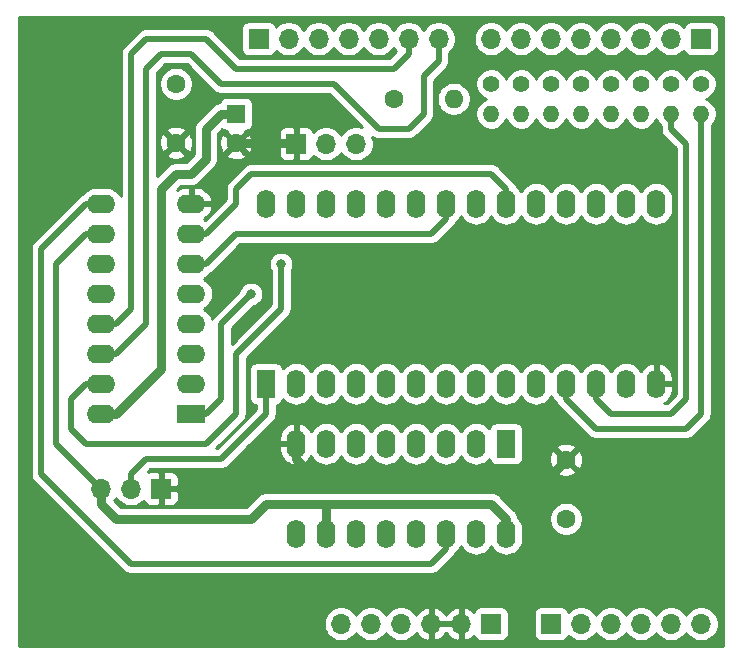
<source format=gtl>
G04 #@! TF.GenerationSoftware,KiCad,Pcbnew,(5.1.12)-1*
G04 #@! TF.CreationDate,2022-05-09T21:24:08+02:00*
G04 #@! TF.ProjectId,EPROM-Shield,4550524f-4d2d-4536-9869-656c642e6b69,rev?*
G04 #@! TF.SameCoordinates,Original*
G04 #@! TF.FileFunction,Copper,L1,Top*
G04 #@! TF.FilePolarity,Positive*
%FSLAX46Y46*%
G04 Gerber Fmt 4.6, Leading zero omitted, Abs format (unit mm)*
G04 Created by KiCad (PCBNEW (5.1.12)-1) date 2022-05-09 21:24:08*
%MOMM*%
%LPD*%
G01*
G04 APERTURE LIST*
G04 #@! TA.AperFunction,ComponentPad*
%ADD10O,1.700000X1.700000*%
G04 #@! TD*
G04 #@! TA.AperFunction,ComponentPad*
%ADD11R,1.700000X1.700000*%
G04 #@! TD*
G04 #@! TA.AperFunction,ComponentPad*
%ADD12O,1.400000X1.400000*%
G04 #@! TD*
G04 #@! TA.AperFunction,ComponentPad*
%ADD13C,1.400000*%
G04 #@! TD*
G04 #@! TA.AperFunction,ComponentPad*
%ADD14O,1.600000X1.600000*%
G04 #@! TD*
G04 #@! TA.AperFunction,ComponentPad*
%ADD15C,1.600000*%
G04 #@! TD*
G04 #@! TA.AperFunction,ComponentPad*
%ADD16O,1.600000X2.400000*%
G04 #@! TD*
G04 #@! TA.AperFunction,ComponentPad*
%ADD17R,1.600000X2.400000*%
G04 #@! TD*
G04 #@! TA.AperFunction,ComponentPad*
%ADD18R,1.600000X1.600000*%
G04 #@! TD*
G04 #@! TA.AperFunction,ComponentPad*
%ADD19O,2.400000X1.600000*%
G04 #@! TD*
G04 #@! TA.AperFunction,ComponentPad*
%ADD20R,2.400000X1.600000*%
G04 #@! TD*
G04 #@! TA.AperFunction,ViaPad*
%ADD21C,0.800000*%
G04 #@! TD*
G04 #@! TA.AperFunction,Conductor*
%ADD22C,0.750000*%
G04 #@! TD*
G04 #@! TA.AperFunction,Conductor*
%ADD23C,0.500000*%
G04 #@! TD*
G04 #@! TA.AperFunction,Conductor*
%ADD24C,0.254000*%
G04 #@! TD*
G04 #@! TA.AperFunction,Conductor*
%ADD25C,0.100000*%
G04 #@! TD*
G04 APERTURE END LIST*
D10*
G04 #@! TO.P,J3,8*
G04 #@! TO.N,/D7*
X127000000Y-71120000D03*
G04 #@! TO.P,J3,7*
G04 #@! TO.N,/D6*
X129540000Y-71120000D03*
G04 #@! TO.P,J3,6*
G04 #@! TO.N,/D5*
X132080000Y-71120000D03*
G04 #@! TO.P,J3,5*
G04 #@! TO.N,/D4*
X134620000Y-71120000D03*
G04 #@! TO.P,J3,4*
G04 #@! TO.N,/D3*
X137160000Y-71120000D03*
G04 #@! TO.P,J3,3*
G04 #@! TO.N,/D2*
X139700000Y-71120000D03*
G04 #@! TO.P,J3,2*
G04 #@! TO.N,/D1*
X142240000Y-71120000D03*
D11*
G04 #@! TO.P,J3,1*
G04 #@! TO.N,/D0*
X144780000Y-71120000D03*
G04 #@! TD*
D10*
G04 #@! TO.P,J4,6*
G04 #@! TO.N,Net-(J4-Pad6)*
X144780000Y-120650000D03*
G04 #@! TO.P,J4,5*
G04 #@! TO.N,Net-(J4-Pad5)*
X142240000Y-120650000D03*
G04 #@! TO.P,J4,4*
G04 #@! TO.N,Net-(J4-Pad4)*
X139700000Y-120650000D03*
G04 #@! TO.P,J4,3*
G04 #@! TO.N,Net-(J4-Pad3)*
X137160000Y-120650000D03*
G04 #@! TO.P,J4,2*
G04 #@! TO.N,Net-(J4-Pad2)*
X134620000Y-120650000D03*
D11*
G04 #@! TO.P,J4,1*
G04 #@! TO.N,Net-(J4-Pad1)*
X132080000Y-120650000D03*
G04 #@! TD*
D10*
G04 #@! TO.P,J2,6*
G04 #@! TO.N,Net-(J2-Pad6)*
X114300000Y-120650000D03*
G04 #@! TO.P,J2,5*
G04 #@! TO.N,Net-(J2-Pad5)*
X116840000Y-120650000D03*
G04 #@! TO.P,J2,4*
G04 #@! TO.N,VCC*
X119380000Y-120650000D03*
G04 #@! TO.P,J2,3*
G04 #@! TO.N,GND*
X121920000Y-120650000D03*
G04 #@! TO.P,J2,2*
X124460000Y-120650000D03*
D11*
G04 #@! TO.P,J2,1*
G04 #@! TO.N,Net-(J2-Pad1)*
X127000000Y-120650000D03*
G04 #@! TD*
D12*
G04 #@! TO.P,R4,2*
G04 #@! TO.N,Net-(R4-Pad2)*
X139700000Y-77470000D03*
D13*
G04 #@! TO.P,R4,1*
G04 #@! TO.N,/D2*
X139700000Y-74930000D03*
G04 #@! TD*
D12*
G04 #@! TO.P,R3,2*
G04 #@! TO.N,Net-(R3-Pad2)*
X142240000Y-77470000D03*
D13*
G04 #@! TO.P,R3,1*
G04 #@! TO.N,/D1*
X142240000Y-74930000D03*
G04 #@! TD*
D12*
G04 #@! TO.P,R2,2*
G04 #@! TO.N,Net-(R2-Pad2)*
X144780000Y-77470000D03*
D13*
G04 #@! TO.P,R2,1*
G04 #@! TO.N,/D0*
X144780000Y-74930000D03*
G04 #@! TD*
D10*
G04 #@! TO.P,J1,7*
G04 #@! TO.N,/SER*
X122555000Y-71120000D03*
G04 #@! TO.P,J1,6*
G04 #@! TO.N,/_OE*
X120015000Y-71120000D03*
G04 #@! TO.P,J1,5*
G04 #@! TO.N,/RCLK*
X117475000Y-71120000D03*
G04 #@! TO.P,J1,4*
G04 #@! TO.N,/SERCLK*
X114935000Y-71120000D03*
G04 #@! TO.P,J1,3*
G04 #@! TO.N,Net-(J1-Pad3)*
X112395000Y-71120000D03*
G04 #@! TO.P,J1,2*
G04 #@! TO.N,Net-(J1-Pad2)*
X109855000Y-71120000D03*
D11*
G04 #@! TO.P,J1,1*
G04 #@! TO.N,Net-(J1-Pad1)*
X107315000Y-71120000D03*
G04 #@! TD*
D12*
G04 #@! TO.P,R6,2*
G04 #@! TO.N,Net-(R6-Pad2)*
X134620000Y-77470000D03*
D13*
G04 #@! TO.P,R6,1*
G04 #@! TO.N,/D4*
X134620000Y-74930000D03*
G04 #@! TD*
D12*
G04 #@! TO.P,R8,2*
G04 #@! TO.N,Net-(R8-Pad2)*
X129540000Y-77470000D03*
D13*
G04 #@! TO.P,R8,1*
G04 #@! TO.N,/D6*
X129540000Y-74930000D03*
G04 #@! TD*
D12*
G04 #@! TO.P,R9,2*
G04 #@! TO.N,Net-(R9-Pad2)*
X127000000Y-77470000D03*
D13*
G04 #@! TO.P,R9,1*
G04 #@! TO.N,/D7*
X127000000Y-74930000D03*
G04 #@! TD*
D12*
G04 #@! TO.P,R7,2*
G04 #@! TO.N,Net-(R7-Pad2)*
X132080000Y-77470000D03*
D13*
G04 #@! TO.P,R7,1*
G04 #@! TO.N,/D5*
X132080000Y-74930000D03*
G04 #@! TD*
D12*
G04 #@! TO.P,R5,2*
G04 #@! TO.N,Net-(R5-Pad2)*
X137160000Y-77470000D03*
D13*
G04 #@! TO.P,R5,1*
G04 #@! TO.N,/D3*
X137160000Y-74930000D03*
G04 #@! TD*
D14*
G04 #@! TO.P,R1,2*
G04 #@! TO.N,VCC*
X123825000Y-76200000D03*
D15*
G04 #@! TO.P,R1,1*
G04 #@! TO.N,/_OE*
X118745000Y-76200000D03*
G04 #@! TD*
D16*
G04 #@! TO.P,U3,28*
G04 #@! TO.N,VCC*
X107950000Y-85090000D03*
G04 #@! TO.P,U3,14*
G04 #@! TO.N,GND*
X140970000Y-100330000D03*
G04 #@! TO.P,U3,27*
G04 #@! TO.N,/WE*
X110490000Y-85090000D03*
G04 #@! TO.P,U3,13*
G04 #@! TO.N,Net-(R4-Pad2)*
X138430000Y-100330000D03*
G04 #@! TO.P,U3,26*
G04 #@! TO.N,/A13*
X113030000Y-85090000D03*
G04 #@! TO.P,U3,12*
G04 #@! TO.N,Net-(R3-Pad2)*
X135890000Y-100330000D03*
G04 #@! TO.P,U3,25*
G04 #@! TO.N,/A8*
X115570000Y-85090000D03*
G04 #@! TO.P,U3,11*
G04 #@! TO.N,Net-(R2-Pad2)*
X133350000Y-100330000D03*
G04 #@! TO.P,U3,24*
G04 #@! TO.N,/A9*
X118110000Y-85090000D03*
G04 #@! TO.P,U3,10*
G04 #@! TO.N,/A0*
X130810000Y-100330000D03*
G04 #@! TO.P,U3,23*
G04 #@! TO.N,/A11*
X120650000Y-85090000D03*
G04 #@! TO.P,U3,9*
G04 #@! TO.N,/A1*
X128270000Y-100330000D03*
G04 #@! TO.P,U3,22*
G04 #@! TO.N,/OE*
X123190000Y-85090000D03*
G04 #@! TO.P,U3,8*
G04 #@! TO.N,/A2*
X125730000Y-100330000D03*
G04 #@! TO.P,U3,21*
G04 #@! TO.N,/A10*
X125730000Y-85090000D03*
G04 #@! TO.P,U3,7*
G04 #@! TO.N,/A3*
X123190000Y-100330000D03*
G04 #@! TO.P,U3,20*
G04 #@! TO.N,/CS*
X128270000Y-85090000D03*
G04 #@! TO.P,U3,6*
G04 #@! TO.N,/A4*
X120650000Y-100330000D03*
G04 #@! TO.P,U3,19*
G04 #@! TO.N,Net-(R9-Pad2)*
X130810000Y-85090000D03*
G04 #@! TO.P,U3,5*
G04 #@! TO.N,/A5*
X118110000Y-100330000D03*
G04 #@! TO.P,U3,18*
G04 #@! TO.N,Net-(R8-Pad2)*
X133350000Y-85090000D03*
G04 #@! TO.P,U3,4*
G04 #@! TO.N,/A6*
X115570000Y-100330000D03*
G04 #@! TO.P,U3,17*
G04 #@! TO.N,Net-(R7-Pad2)*
X135890000Y-85090000D03*
G04 #@! TO.P,U3,3*
G04 #@! TO.N,/A7*
X113030000Y-100330000D03*
G04 #@! TO.P,U3,16*
G04 #@! TO.N,Net-(R6-Pad2)*
X138430000Y-85090000D03*
G04 #@! TO.P,U3,2*
G04 #@! TO.N,/A12*
X110490000Y-100330000D03*
G04 #@! TO.P,U3,15*
G04 #@! TO.N,Net-(R5-Pad2)*
X140970000Y-85090000D03*
D17*
G04 #@! TO.P,U3,1*
G04 #@! TO.N,/A14*
X107950000Y-100330000D03*
G04 #@! TD*
D15*
G04 #@! TO.P,C3,2*
G04 #@! TO.N,GND*
X105410000Y-79970000D03*
D18*
G04 #@! TO.P,C3,1*
G04 #@! TO.N,VCC*
X105410000Y-77470000D03*
G04 #@! TD*
D15*
G04 #@! TO.P,C2,2*
G04 #@! TO.N,GND*
X100330000Y-79930000D03*
G04 #@! TO.P,C2,1*
G04 #@! TO.N,VCC*
X100330000Y-74930000D03*
G04 #@! TD*
G04 #@! TO.P,C1,2*
G04 #@! TO.N,GND*
X133350000Y-106760000D03*
G04 #@! TO.P,C1,1*
G04 #@! TO.N,VCC*
X133350000Y-111760000D03*
G04 #@! TD*
D16*
G04 #@! TO.P,U2,16*
G04 #@! TO.N,VCC*
X128270000Y-113030000D03*
G04 #@! TO.P,U2,8*
G04 #@! TO.N,GND*
X110490000Y-105410000D03*
G04 #@! TO.P,U2,15*
G04 #@! TO.N,/A0*
X125730000Y-113030000D03*
G04 #@! TO.P,U2,7*
G04 #@! TO.N,/A7*
X113030000Y-105410000D03*
G04 #@! TO.P,U2,14*
G04 #@! TO.N,Net-(U1-Pad9)*
X123190000Y-113030000D03*
G04 #@! TO.P,U2,6*
G04 #@! TO.N,/A6*
X115570000Y-105410000D03*
G04 #@! TO.P,U2,13*
G04 #@! TO.N,/_OE*
X120650000Y-113030000D03*
G04 #@! TO.P,U2,5*
G04 #@! TO.N,/A5*
X118110000Y-105410000D03*
G04 #@! TO.P,U2,12*
G04 #@! TO.N,/RCLK*
X118110000Y-113030000D03*
G04 #@! TO.P,U2,4*
G04 #@! TO.N,/A4*
X120650000Y-105410000D03*
G04 #@! TO.P,U2,11*
G04 #@! TO.N,/SERCLK*
X115570000Y-113030000D03*
G04 #@! TO.P,U2,3*
G04 #@! TO.N,/A3*
X123190000Y-105410000D03*
G04 #@! TO.P,U2,10*
G04 #@! TO.N,VCC*
X113030000Y-113030000D03*
G04 #@! TO.P,U2,2*
G04 #@! TO.N,/A2*
X125730000Y-105410000D03*
G04 #@! TO.P,U2,9*
G04 #@! TO.N,Net-(U2-Pad9)*
X110490000Y-113030000D03*
D17*
G04 #@! TO.P,U2,1*
G04 #@! TO.N,/A1*
X128270000Y-105410000D03*
G04 #@! TD*
D19*
G04 #@! TO.P,U1,16*
G04 #@! TO.N,VCC*
X93980000Y-102870000D03*
G04 #@! TO.P,U1,8*
G04 #@! TO.N,GND*
X101600000Y-85090000D03*
G04 #@! TO.P,U1,15*
G04 #@! TO.N,/A8*
X93980000Y-100330000D03*
G04 #@! TO.P,U1,7*
G04 #@! TO.N,/CS*
X101600000Y-87630000D03*
G04 #@! TO.P,U1,14*
G04 #@! TO.N,/SER*
X93980000Y-97790000D03*
G04 #@! TO.P,U1,6*
G04 #@! TO.N,/OE*
X101600000Y-90170000D03*
G04 #@! TO.P,U1,13*
G04 #@! TO.N,/_OE*
X93980000Y-95250000D03*
G04 #@! TO.P,U1,5*
G04 #@! TO.N,/WE*
X101600000Y-92710000D03*
G04 #@! TO.P,U1,12*
G04 #@! TO.N,/RCLK*
X93980000Y-92710000D03*
G04 #@! TO.P,U1,4*
G04 #@! TO.N,/A12*
X101600000Y-95250000D03*
G04 #@! TO.P,U1,11*
G04 #@! TO.N,/SERCLK*
X93980000Y-90170000D03*
G04 #@! TO.P,U1,3*
G04 #@! TO.N,/A11*
X101600000Y-97790000D03*
G04 #@! TO.P,U1,10*
G04 #@! TO.N,VCC*
X93980000Y-87630000D03*
G04 #@! TO.P,U1,2*
G04 #@! TO.N,/A10*
X101600000Y-100330000D03*
G04 #@! TO.P,U1,9*
G04 #@! TO.N,Net-(U1-Pad9)*
X93980000Y-85090000D03*
D20*
G04 #@! TO.P,U1,1*
G04 #@! TO.N,/A9*
X101600000Y-102870000D03*
G04 #@! TD*
D10*
G04 #@! TO.P,JP2,3*
G04 #@! TO.N,VCC*
X93980000Y-109220000D03*
G04 #@! TO.P,JP2,2*
G04 #@! TO.N,/A14*
X96520000Y-109220000D03*
D11*
G04 #@! TO.P,JP2,1*
G04 #@! TO.N,GND*
X99060000Y-109220000D03*
G04 #@! TD*
D10*
G04 #@! TO.P,JP1,3*
G04 #@! TO.N,VCC*
X115570000Y-80010000D03*
G04 #@! TO.P,JP1,2*
G04 #@! TO.N,/A13*
X113030000Y-80010000D03*
D11*
G04 #@! TO.P,JP1,1*
G04 #@! TO.N,GND*
X110490000Y-80010000D03*
G04 #@! TD*
D21*
G04 #@! TO.N,/A8*
X109220000Y-90170000D03*
G04 #@! TO.N,/A9*
X106680000Y-92710000D03*
G04 #@! TD*
D22*
G04 #@! TO.N,VCC*
X101600000Y-82550000D02*
X102870000Y-81280000D01*
X100330000Y-82550000D02*
X101600000Y-82550000D01*
X99060000Y-99060000D02*
X99060000Y-83820000D01*
X95250000Y-102870000D02*
X99060000Y-99060000D01*
X99060000Y-83820000D02*
X100330000Y-82550000D01*
X93980000Y-102870000D02*
X95250000Y-102870000D01*
X102870000Y-81280000D02*
X102870000Y-78740000D01*
X102870000Y-78740000D02*
X104140000Y-77470000D01*
X104140000Y-77470000D02*
X105410000Y-77470000D01*
D23*
X93980000Y-109220000D02*
X90170000Y-105410000D01*
X90170000Y-105410000D02*
X90170000Y-90170000D01*
X92710000Y-87630000D02*
X93980000Y-87630000D01*
X90170000Y-90170000D02*
X92710000Y-87630000D01*
D22*
X93980000Y-109220000D02*
X93980000Y-110490000D01*
X93980000Y-110490000D02*
X95250000Y-111760000D01*
X95250000Y-111760000D02*
X106680000Y-111760000D01*
X106680000Y-111760000D02*
X107950000Y-110490000D01*
X107950000Y-110490000D02*
X113030000Y-110490000D01*
X113030000Y-110490000D02*
X113030000Y-113030000D01*
X113030000Y-110490000D02*
X127000000Y-110490000D01*
X128270000Y-111760000D02*
X128270000Y-113030000D01*
X127000000Y-110490000D02*
X128270000Y-111760000D01*
G04 #@! TO.N,GND*
X110450000Y-79970000D02*
X110490000Y-80010000D01*
X105410000Y-79970000D02*
X110450000Y-79970000D01*
X132160000Y-107950000D02*
X133350000Y-106760000D01*
X111760000Y-107950000D02*
X132160000Y-107950000D01*
X110490000Y-106680000D02*
X111760000Y-107950000D01*
X110490000Y-105410000D02*
X110490000Y-106680000D01*
D23*
G04 #@! TO.N,/A14*
X96520000Y-109220000D02*
X96520000Y-107950000D01*
X96520000Y-107950000D02*
X97790000Y-106680000D01*
X97790000Y-106680000D02*
X104140000Y-106680000D01*
X104140000Y-106680000D02*
X107950000Y-102870000D01*
X107950000Y-102870000D02*
X107950000Y-100330000D01*
G04 #@! TO.N,Net-(R2-Pad2)*
X144780000Y-77470000D02*
X144780000Y-102870000D01*
X144780000Y-102870000D02*
X143510000Y-104140000D01*
X143510000Y-104140000D02*
X135890000Y-104140000D01*
X135890000Y-104140000D02*
X133350000Y-101600000D01*
X133350000Y-101600000D02*
X133350000Y-100330000D01*
G04 #@! TO.N,Net-(R3-Pad2)*
X143510000Y-101600000D02*
X142240000Y-102870000D01*
X142240000Y-102870000D02*
X137160000Y-102870000D01*
X137160000Y-102870000D02*
X135890000Y-101600000D01*
X135890000Y-101600000D02*
X135890000Y-100330000D01*
X143510000Y-101600000D02*
X143510000Y-80010000D01*
X142240000Y-78740000D02*
X142240000Y-77470000D01*
X143510000Y-80010000D02*
X142240000Y-78740000D01*
G04 #@! TO.N,/A8*
X109220000Y-90170000D02*
X109220000Y-93980000D01*
X109220000Y-93980000D02*
X105410000Y-97790000D01*
X105410000Y-97790000D02*
X105410000Y-102870000D01*
X105410000Y-102870000D02*
X102870000Y-105410000D01*
X102870000Y-105410000D02*
X92710000Y-105410000D01*
X92710000Y-105410000D02*
X91440000Y-104140000D01*
X91440000Y-104140000D02*
X91440000Y-101600000D01*
X91440000Y-101600000D02*
X92710000Y-100330000D01*
X92710000Y-100330000D02*
X93980000Y-100330000D01*
G04 #@! TO.N,/CS*
X101600000Y-87630000D02*
X102870000Y-87630000D01*
X102870000Y-87630000D02*
X105410000Y-85090000D01*
X105410000Y-85090000D02*
X105410000Y-83820000D01*
X105410000Y-83820000D02*
X106680000Y-82550000D01*
X106680000Y-82550000D02*
X127000000Y-82550000D01*
X127000000Y-82550000D02*
X128270000Y-83820000D01*
X128270000Y-83820000D02*
X128270000Y-85090000D01*
G04 #@! TO.N,/OE*
X101600000Y-90170000D02*
X102870000Y-90170000D01*
X102870000Y-90170000D02*
X105410000Y-87630000D01*
X105410000Y-87630000D02*
X121920000Y-87630000D01*
X121920000Y-87630000D02*
X123190000Y-86360000D01*
X123190000Y-86360000D02*
X123190000Y-85090000D01*
G04 #@! TO.N,Net-(U1-Pad9)*
X123190000Y-113030000D02*
X123190000Y-114300000D01*
X88900000Y-88900000D02*
X92710000Y-85090000D01*
X92710000Y-85090000D02*
X93980000Y-85090000D01*
X121920000Y-115570000D02*
X96520000Y-115570000D01*
X96520000Y-115570000D02*
X88900000Y-107950000D01*
X123190000Y-114300000D02*
X121920000Y-115570000D01*
X88900000Y-107950000D02*
X88900000Y-88900000D01*
G04 #@! TO.N,/A9*
X101600000Y-102870000D02*
X102870000Y-102870000D01*
X102870000Y-102870000D02*
X103250010Y-102489990D01*
X103250010Y-102489990D02*
X104140000Y-101600000D01*
X104140000Y-95250000D02*
X106680000Y-92710000D01*
X104140000Y-101600000D02*
X104140000Y-95250000D01*
G04 #@! TO.N,/SER*
X122555000Y-73025000D02*
X122555000Y-71120000D01*
X117475000Y-78740000D02*
X120015000Y-78740000D01*
X104140000Y-74930000D02*
X113665000Y-74930000D01*
X120015000Y-78740000D02*
X121285000Y-77470000D01*
X101600000Y-72390000D02*
X104140000Y-74930000D01*
X99060000Y-72390000D02*
X101600000Y-72390000D01*
X97790000Y-73660000D02*
X99060000Y-72390000D01*
X113665000Y-74930000D02*
X117475000Y-78740000D01*
X97790000Y-95250000D02*
X97790000Y-73660000D01*
X121285000Y-74295000D02*
X122555000Y-73025000D01*
X95250000Y-97790000D02*
X97790000Y-95250000D01*
X121285000Y-77470000D02*
X121285000Y-74295000D01*
X93980000Y-97790000D02*
X95250000Y-97790000D01*
G04 #@! TO.N,/_OE*
X120015000Y-72390000D02*
X120015000Y-71120000D01*
X105410000Y-73660000D02*
X118745000Y-73660000D01*
X97790000Y-71120000D02*
X102870000Y-71120000D01*
X96520000Y-72390000D02*
X97790000Y-71120000D01*
X118745000Y-73660000D02*
X120015000Y-72390000D01*
X96520000Y-93980000D02*
X96520000Y-72390000D01*
X102870000Y-71120000D02*
X105410000Y-73660000D01*
X95250000Y-95250000D02*
X96520000Y-93980000D01*
X93980000Y-95250000D02*
X95250000Y-95250000D01*
G04 #@! TD*
D24*
G04 #@! TO.N,GND*
X146635001Y-122505000D02*
X87045000Y-122505000D01*
X87045000Y-120503740D01*
X112815000Y-120503740D01*
X112815000Y-120796260D01*
X112872068Y-121083158D01*
X112984010Y-121353411D01*
X113146525Y-121596632D01*
X113353368Y-121803475D01*
X113596589Y-121965990D01*
X113866842Y-122077932D01*
X114153740Y-122135000D01*
X114446260Y-122135000D01*
X114733158Y-122077932D01*
X115003411Y-121965990D01*
X115246632Y-121803475D01*
X115453475Y-121596632D01*
X115570000Y-121422240D01*
X115686525Y-121596632D01*
X115893368Y-121803475D01*
X116136589Y-121965990D01*
X116406842Y-122077932D01*
X116693740Y-122135000D01*
X116986260Y-122135000D01*
X117273158Y-122077932D01*
X117543411Y-121965990D01*
X117786632Y-121803475D01*
X117993475Y-121596632D01*
X118110000Y-121422240D01*
X118226525Y-121596632D01*
X118433368Y-121803475D01*
X118676589Y-121965990D01*
X118946842Y-122077932D01*
X119233740Y-122135000D01*
X119526260Y-122135000D01*
X119813158Y-122077932D01*
X120083411Y-121965990D01*
X120326632Y-121803475D01*
X120533475Y-121596632D01*
X120655195Y-121414466D01*
X120724822Y-121531355D01*
X120919731Y-121747588D01*
X121153080Y-121921641D01*
X121415901Y-122046825D01*
X121563110Y-122091476D01*
X121793000Y-121970155D01*
X121793000Y-120777000D01*
X122047000Y-120777000D01*
X122047000Y-121970155D01*
X122276890Y-122091476D01*
X122424099Y-122046825D01*
X122686920Y-121921641D01*
X122920269Y-121747588D01*
X123115178Y-121531355D01*
X123190000Y-121405745D01*
X123264822Y-121531355D01*
X123459731Y-121747588D01*
X123693080Y-121921641D01*
X123955901Y-122046825D01*
X124103110Y-122091476D01*
X124333000Y-121970155D01*
X124333000Y-120777000D01*
X122047000Y-120777000D01*
X121793000Y-120777000D01*
X121773000Y-120777000D01*
X121773000Y-120523000D01*
X121793000Y-120523000D01*
X121793000Y-119329845D01*
X122047000Y-119329845D01*
X122047000Y-120523000D01*
X124333000Y-120523000D01*
X124333000Y-119329845D01*
X124587000Y-119329845D01*
X124587000Y-120523000D01*
X124607000Y-120523000D01*
X124607000Y-120777000D01*
X124587000Y-120777000D01*
X124587000Y-121970155D01*
X124816890Y-122091476D01*
X124964099Y-122046825D01*
X125226920Y-121921641D01*
X125460269Y-121747588D01*
X125536034Y-121663534D01*
X125560498Y-121744180D01*
X125619463Y-121854494D01*
X125698815Y-121951185D01*
X125795506Y-122030537D01*
X125905820Y-122089502D01*
X126025518Y-122125812D01*
X126150000Y-122138072D01*
X127850000Y-122138072D01*
X127974482Y-122125812D01*
X128094180Y-122089502D01*
X128204494Y-122030537D01*
X128301185Y-121951185D01*
X128380537Y-121854494D01*
X128439502Y-121744180D01*
X128475812Y-121624482D01*
X128488072Y-121500000D01*
X128488072Y-119800000D01*
X130591928Y-119800000D01*
X130591928Y-121500000D01*
X130604188Y-121624482D01*
X130640498Y-121744180D01*
X130699463Y-121854494D01*
X130778815Y-121951185D01*
X130875506Y-122030537D01*
X130985820Y-122089502D01*
X131105518Y-122125812D01*
X131230000Y-122138072D01*
X132930000Y-122138072D01*
X133054482Y-122125812D01*
X133174180Y-122089502D01*
X133284494Y-122030537D01*
X133381185Y-121951185D01*
X133460537Y-121854494D01*
X133519502Y-121744180D01*
X133541513Y-121671620D01*
X133673368Y-121803475D01*
X133916589Y-121965990D01*
X134186842Y-122077932D01*
X134473740Y-122135000D01*
X134766260Y-122135000D01*
X135053158Y-122077932D01*
X135323411Y-121965990D01*
X135566632Y-121803475D01*
X135773475Y-121596632D01*
X135890000Y-121422240D01*
X136006525Y-121596632D01*
X136213368Y-121803475D01*
X136456589Y-121965990D01*
X136726842Y-122077932D01*
X137013740Y-122135000D01*
X137306260Y-122135000D01*
X137593158Y-122077932D01*
X137863411Y-121965990D01*
X138106632Y-121803475D01*
X138313475Y-121596632D01*
X138430000Y-121422240D01*
X138546525Y-121596632D01*
X138753368Y-121803475D01*
X138996589Y-121965990D01*
X139266842Y-122077932D01*
X139553740Y-122135000D01*
X139846260Y-122135000D01*
X140133158Y-122077932D01*
X140403411Y-121965990D01*
X140646632Y-121803475D01*
X140853475Y-121596632D01*
X140970000Y-121422240D01*
X141086525Y-121596632D01*
X141293368Y-121803475D01*
X141536589Y-121965990D01*
X141806842Y-122077932D01*
X142093740Y-122135000D01*
X142386260Y-122135000D01*
X142673158Y-122077932D01*
X142943411Y-121965990D01*
X143186632Y-121803475D01*
X143393475Y-121596632D01*
X143510000Y-121422240D01*
X143626525Y-121596632D01*
X143833368Y-121803475D01*
X144076589Y-121965990D01*
X144346842Y-122077932D01*
X144633740Y-122135000D01*
X144926260Y-122135000D01*
X145213158Y-122077932D01*
X145483411Y-121965990D01*
X145726632Y-121803475D01*
X145933475Y-121596632D01*
X146095990Y-121353411D01*
X146207932Y-121083158D01*
X146265000Y-120796260D01*
X146265000Y-120503740D01*
X146207932Y-120216842D01*
X146095990Y-119946589D01*
X145933475Y-119703368D01*
X145726632Y-119496525D01*
X145483411Y-119334010D01*
X145213158Y-119222068D01*
X144926260Y-119165000D01*
X144633740Y-119165000D01*
X144346842Y-119222068D01*
X144076589Y-119334010D01*
X143833368Y-119496525D01*
X143626525Y-119703368D01*
X143510000Y-119877760D01*
X143393475Y-119703368D01*
X143186632Y-119496525D01*
X142943411Y-119334010D01*
X142673158Y-119222068D01*
X142386260Y-119165000D01*
X142093740Y-119165000D01*
X141806842Y-119222068D01*
X141536589Y-119334010D01*
X141293368Y-119496525D01*
X141086525Y-119703368D01*
X140970000Y-119877760D01*
X140853475Y-119703368D01*
X140646632Y-119496525D01*
X140403411Y-119334010D01*
X140133158Y-119222068D01*
X139846260Y-119165000D01*
X139553740Y-119165000D01*
X139266842Y-119222068D01*
X138996589Y-119334010D01*
X138753368Y-119496525D01*
X138546525Y-119703368D01*
X138430000Y-119877760D01*
X138313475Y-119703368D01*
X138106632Y-119496525D01*
X137863411Y-119334010D01*
X137593158Y-119222068D01*
X137306260Y-119165000D01*
X137013740Y-119165000D01*
X136726842Y-119222068D01*
X136456589Y-119334010D01*
X136213368Y-119496525D01*
X136006525Y-119703368D01*
X135890000Y-119877760D01*
X135773475Y-119703368D01*
X135566632Y-119496525D01*
X135323411Y-119334010D01*
X135053158Y-119222068D01*
X134766260Y-119165000D01*
X134473740Y-119165000D01*
X134186842Y-119222068D01*
X133916589Y-119334010D01*
X133673368Y-119496525D01*
X133541513Y-119628380D01*
X133519502Y-119555820D01*
X133460537Y-119445506D01*
X133381185Y-119348815D01*
X133284494Y-119269463D01*
X133174180Y-119210498D01*
X133054482Y-119174188D01*
X132930000Y-119161928D01*
X131230000Y-119161928D01*
X131105518Y-119174188D01*
X130985820Y-119210498D01*
X130875506Y-119269463D01*
X130778815Y-119348815D01*
X130699463Y-119445506D01*
X130640498Y-119555820D01*
X130604188Y-119675518D01*
X130591928Y-119800000D01*
X128488072Y-119800000D01*
X128475812Y-119675518D01*
X128439502Y-119555820D01*
X128380537Y-119445506D01*
X128301185Y-119348815D01*
X128204494Y-119269463D01*
X128094180Y-119210498D01*
X127974482Y-119174188D01*
X127850000Y-119161928D01*
X126150000Y-119161928D01*
X126025518Y-119174188D01*
X125905820Y-119210498D01*
X125795506Y-119269463D01*
X125698815Y-119348815D01*
X125619463Y-119445506D01*
X125560498Y-119555820D01*
X125536034Y-119636466D01*
X125460269Y-119552412D01*
X125226920Y-119378359D01*
X124964099Y-119253175D01*
X124816890Y-119208524D01*
X124587000Y-119329845D01*
X124333000Y-119329845D01*
X124103110Y-119208524D01*
X123955901Y-119253175D01*
X123693080Y-119378359D01*
X123459731Y-119552412D01*
X123264822Y-119768645D01*
X123190000Y-119894255D01*
X123115178Y-119768645D01*
X122920269Y-119552412D01*
X122686920Y-119378359D01*
X122424099Y-119253175D01*
X122276890Y-119208524D01*
X122047000Y-119329845D01*
X121793000Y-119329845D01*
X121563110Y-119208524D01*
X121415901Y-119253175D01*
X121153080Y-119378359D01*
X120919731Y-119552412D01*
X120724822Y-119768645D01*
X120655195Y-119885534D01*
X120533475Y-119703368D01*
X120326632Y-119496525D01*
X120083411Y-119334010D01*
X119813158Y-119222068D01*
X119526260Y-119165000D01*
X119233740Y-119165000D01*
X118946842Y-119222068D01*
X118676589Y-119334010D01*
X118433368Y-119496525D01*
X118226525Y-119703368D01*
X118110000Y-119877760D01*
X117993475Y-119703368D01*
X117786632Y-119496525D01*
X117543411Y-119334010D01*
X117273158Y-119222068D01*
X116986260Y-119165000D01*
X116693740Y-119165000D01*
X116406842Y-119222068D01*
X116136589Y-119334010D01*
X115893368Y-119496525D01*
X115686525Y-119703368D01*
X115570000Y-119877760D01*
X115453475Y-119703368D01*
X115246632Y-119496525D01*
X115003411Y-119334010D01*
X114733158Y-119222068D01*
X114446260Y-119165000D01*
X114153740Y-119165000D01*
X113866842Y-119222068D01*
X113596589Y-119334010D01*
X113353368Y-119496525D01*
X113146525Y-119703368D01*
X112984010Y-119946589D01*
X112872068Y-120216842D01*
X112815000Y-120503740D01*
X87045000Y-120503740D01*
X87045000Y-88900000D01*
X88010719Y-88900000D01*
X88015001Y-88943479D01*
X88015000Y-107906531D01*
X88010719Y-107950000D01*
X88015000Y-107993469D01*
X88015000Y-107993476D01*
X88027805Y-108123489D01*
X88078411Y-108290312D01*
X88160589Y-108444058D01*
X88271183Y-108578817D01*
X88304954Y-108606532D01*
X95863470Y-116165049D01*
X95891183Y-116198817D01*
X95924951Y-116226530D01*
X95924953Y-116226532D01*
X95996452Y-116285210D01*
X96025941Y-116309411D01*
X96179687Y-116391589D01*
X96346510Y-116442195D01*
X96476523Y-116455000D01*
X96476533Y-116455000D01*
X96519999Y-116459281D01*
X96563465Y-116455000D01*
X121876531Y-116455000D01*
X121920000Y-116459281D01*
X121963469Y-116455000D01*
X121963477Y-116455000D01*
X122093490Y-116442195D01*
X122260313Y-116391589D01*
X122414059Y-116309411D01*
X122548817Y-116198817D01*
X122576534Y-116165044D01*
X123785049Y-114956530D01*
X123818817Y-114928817D01*
X123888232Y-114844236D01*
X123929410Y-114794060D01*
X123980859Y-114697805D01*
X124011589Y-114640313D01*
X124022977Y-114602771D01*
X124209607Y-114449608D01*
X124388932Y-114231101D01*
X124460000Y-114098142D01*
X124531068Y-114231100D01*
X124710392Y-114449607D01*
X124928899Y-114628932D01*
X125178192Y-114762182D01*
X125448691Y-114844236D01*
X125730000Y-114871943D01*
X126011308Y-114844236D01*
X126281807Y-114762182D01*
X126531100Y-114628932D01*
X126749607Y-114449608D01*
X126928932Y-114231101D01*
X127000000Y-114098142D01*
X127071068Y-114231100D01*
X127250392Y-114449607D01*
X127468899Y-114628932D01*
X127718192Y-114762182D01*
X127988691Y-114844236D01*
X128270000Y-114871943D01*
X128551308Y-114844236D01*
X128821807Y-114762182D01*
X129071100Y-114628932D01*
X129289607Y-114449608D01*
X129468932Y-114231101D01*
X129602182Y-113981808D01*
X129684236Y-113711309D01*
X129705000Y-113500492D01*
X129705000Y-112559509D01*
X129684236Y-112348691D01*
X129602182Y-112078192D01*
X129468932Y-111828899D01*
X129296398Y-111618665D01*
X131915000Y-111618665D01*
X131915000Y-111901335D01*
X131970147Y-112178574D01*
X132078320Y-112439727D01*
X132235363Y-112674759D01*
X132435241Y-112874637D01*
X132670273Y-113031680D01*
X132931426Y-113139853D01*
X133208665Y-113195000D01*
X133491335Y-113195000D01*
X133768574Y-113139853D01*
X134029727Y-113031680D01*
X134264759Y-112874637D01*
X134464637Y-112674759D01*
X134621680Y-112439727D01*
X134729853Y-112178574D01*
X134785000Y-111901335D01*
X134785000Y-111618665D01*
X134729853Y-111341426D01*
X134621680Y-111080273D01*
X134464637Y-110845241D01*
X134264759Y-110645363D01*
X134029727Y-110488320D01*
X133768574Y-110380147D01*
X133491335Y-110325000D01*
X133208665Y-110325000D01*
X132931426Y-110380147D01*
X132670273Y-110488320D01*
X132435241Y-110645363D01*
X132235363Y-110845241D01*
X132078320Y-111080273D01*
X131970147Y-111341426D01*
X131915000Y-111618665D01*
X129296398Y-111618665D01*
X129289608Y-111610392D01*
X129268440Y-111593020D01*
X129265385Y-111562006D01*
X129207632Y-111371620D01*
X129113847Y-111196160D01*
X128987633Y-111042367D01*
X128949094Y-111010739D01*
X127749261Y-109810906D01*
X127717633Y-109772367D01*
X127563840Y-109646153D01*
X127388380Y-109552368D01*
X127197994Y-109494615D01*
X127049608Y-109480000D01*
X127000000Y-109475114D01*
X126950392Y-109480000D01*
X113079607Y-109480000D01*
X113030000Y-109475114D01*
X112980392Y-109480000D01*
X107999604Y-109480000D01*
X107949999Y-109475114D01*
X107900394Y-109480000D01*
X107900392Y-109480000D01*
X107752006Y-109494615D01*
X107561620Y-109552368D01*
X107386160Y-109646153D01*
X107232367Y-109772367D01*
X107200739Y-109810906D01*
X106261645Y-110750000D01*
X95668355Y-110750000D01*
X95109231Y-110190876D01*
X95133475Y-110166632D01*
X95250000Y-109992240D01*
X95366525Y-110166632D01*
X95573368Y-110373475D01*
X95816589Y-110535990D01*
X96086842Y-110647932D01*
X96373740Y-110705000D01*
X96666260Y-110705000D01*
X96953158Y-110647932D01*
X97223411Y-110535990D01*
X97466632Y-110373475D01*
X97598487Y-110241620D01*
X97620498Y-110314180D01*
X97679463Y-110424494D01*
X97758815Y-110521185D01*
X97855506Y-110600537D01*
X97965820Y-110659502D01*
X98085518Y-110695812D01*
X98210000Y-110708072D01*
X98774250Y-110705000D01*
X98933000Y-110546250D01*
X98933000Y-109347000D01*
X99187000Y-109347000D01*
X99187000Y-110546250D01*
X99345750Y-110705000D01*
X99910000Y-110708072D01*
X100034482Y-110695812D01*
X100154180Y-110659502D01*
X100264494Y-110600537D01*
X100361185Y-110521185D01*
X100440537Y-110424494D01*
X100499502Y-110314180D01*
X100535812Y-110194482D01*
X100548072Y-110070000D01*
X100545000Y-109505750D01*
X100386250Y-109347000D01*
X99187000Y-109347000D01*
X98933000Y-109347000D01*
X98913000Y-109347000D01*
X98913000Y-109093000D01*
X98933000Y-109093000D01*
X98933000Y-107893750D01*
X99187000Y-107893750D01*
X99187000Y-109093000D01*
X100386250Y-109093000D01*
X100545000Y-108934250D01*
X100548072Y-108370000D01*
X100535812Y-108245518D01*
X100499502Y-108125820D01*
X100440537Y-108015506D01*
X100361185Y-107918815D01*
X100264494Y-107839463D01*
X100154180Y-107780498D01*
X100062549Y-107752702D01*
X132536903Y-107752702D01*
X132608486Y-107996671D01*
X132863996Y-108117571D01*
X133138184Y-108186300D01*
X133420512Y-108200217D01*
X133700130Y-108158787D01*
X133966292Y-108063603D01*
X134091514Y-107996671D01*
X134163097Y-107752702D01*
X133350000Y-106939605D01*
X132536903Y-107752702D01*
X100062549Y-107752702D01*
X100034482Y-107744188D01*
X99910000Y-107731928D01*
X99345750Y-107735000D01*
X99187000Y-107893750D01*
X98933000Y-107893750D01*
X98774250Y-107735000D01*
X98210000Y-107731928D01*
X98085518Y-107744188D01*
X97965820Y-107780498D01*
X97912672Y-107808907D01*
X98156579Y-107565000D01*
X104096531Y-107565000D01*
X104140000Y-107569281D01*
X104183469Y-107565000D01*
X104183477Y-107565000D01*
X104313490Y-107552195D01*
X104480313Y-107501589D01*
X104634059Y-107419411D01*
X104768817Y-107308817D01*
X104796534Y-107275044D01*
X106534578Y-105537000D01*
X109055000Y-105537000D01*
X109055000Y-105937000D01*
X109107350Y-106214514D01*
X109212834Y-106476483D01*
X109367399Y-106712839D01*
X109565105Y-106914500D01*
X109798354Y-107073715D01*
X110058182Y-107184367D01*
X110140961Y-107201904D01*
X110363000Y-107079915D01*
X110363000Y-105537000D01*
X109055000Y-105537000D01*
X106534578Y-105537000D01*
X107188578Y-104883000D01*
X109055000Y-104883000D01*
X109055000Y-105283000D01*
X110363000Y-105283000D01*
X110363000Y-103740085D01*
X110617000Y-103740085D01*
X110617000Y-105283000D01*
X110637000Y-105283000D01*
X110637000Y-105537000D01*
X110617000Y-105537000D01*
X110617000Y-107079915D01*
X110839039Y-107201904D01*
X110921818Y-107184367D01*
X111181646Y-107073715D01*
X111414895Y-106914500D01*
X111612601Y-106712839D01*
X111762735Y-106483258D01*
X111831068Y-106611100D01*
X112010392Y-106829607D01*
X112228899Y-107008932D01*
X112478192Y-107142182D01*
X112748691Y-107224236D01*
X113030000Y-107251943D01*
X113311308Y-107224236D01*
X113581807Y-107142182D01*
X113831100Y-107008932D01*
X114049607Y-106829608D01*
X114228932Y-106611101D01*
X114300000Y-106478142D01*
X114371068Y-106611100D01*
X114550392Y-106829607D01*
X114768899Y-107008932D01*
X115018192Y-107142182D01*
X115288691Y-107224236D01*
X115570000Y-107251943D01*
X115851308Y-107224236D01*
X116121807Y-107142182D01*
X116371100Y-107008932D01*
X116589607Y-106829608D01*
X116768932Y-106611101D01*
X116840000Y-106478142D01*
X116911068Y-106611100D01*
X117090392Y-106829607D01*
X117308899Y-107008932D01*
X117558192Y-107142182D01*
X117828691Y-107224236D01*
X118110000Y-107251943D01*
X118391308Y-107224236D01*
X118661807Y-107142182D01*
X118911100Y-107008932D01*
X119129607Y-106829608D01*
X119308932Y-106611101D01*
X119380000Y-106478142D01*
X119451068Y-106611100D01*
X119630392Y-106829607D01*
X119848899Y-107008932D01*
X120098192Y-107142182D01*
X120368691Y-107224236D01*
X120650000Y-107251943D01*
X120931308Y-107224236D01*
X121201807Y-107142182D01*
X121451100Y-107008932D01*
X121669607Y-106829608D01*
X121848932Y-106611101D01*
X121920000Y-106478142D01*
X121991068Y-106611100D01*
X122170392Y-106829607D01*
X122388899Y-107008932D01*
X122638192Y-107142182D01*
X122908691Y-107224236D01*
X123190000Y-107251943D01*
X123471308Y-107224236D01*
X123741807Y-107142182D01*
X123991100Y-107008932D01*
X124209607Y-106829608D01*
X124388932Y-106611101D01*
X124460000Y-106478142D01*
X124531068Y-106611100D01*
X124710392Y-106829607D01*
X124928899Y-107008932D01*
X125178192Y-107142182D01*
X125448691Y-107224236D01*
X125730000Y-107251943D01*
X126011308Y-107224236D01*
X126281807Y-107142182D01*
X126531100Y-107008932D01*
X126749607Y-106829608D01*
X126842419Y-106716517D01*
X126844188Y-106734482D01*
X126880498Y-106854180D01*
X126939463Y-106964494D01*
X127018815Y-107061185D01*
X127115506Y-107140537D01*
X127225820Y-107199502D01*
X127345518Y-107235812D01*
X127470000Y-107248072D01*
X129070000Y-107248072D01*
X129194482Y-107235812D01*
X129314180Y-107199502D01*
X129424494Y-107140537D01*
X129521185Y-107061185D01*
X129600537Y-106964494D01*
X129659502Y-106854180D01*
X129666681Y-106830512D01*
X131909783Y-106830512D01*
X131951213Y-107110130D01*
X132046397Y-107376292D01*
X132113329Y-107501514D01*
X132357298Y-107573097D01*
X133170395Y-106760000D01*
X133529605Y-106760000D01*
X134342702Y-107573097D01*
X134586671Y-107501514D01*
X134707571Y-107246004D01*
X134776300Y-106971816D01*
X134790217Y-106689488D01*
X134748787Y-106409870D01*
X134653603Y-106143708D01*
X134586671Y-106018486D01*
X134342702Y-105946903D01*
X133529605Y-106760000D01*
X133170395Y-106760000D01*
X132357298Y-105946903D01*
X132113329Y-106018486D01*
X131992429Y-106273996D01*
X131923700Y-106548184D01*
X131909783Y-106830512D01*
X129666681Y-106830512D01*
X129695812Y-106734482D01*
X129708072Y-106610000D01*
X129708072Y-105767298D01*
X132536903Y-105767298D01*
X133350000Y-106580395D01*
X134163097Y-105767298D01*
X134091514Y-105523329D01*
X133836004Y-105402429D01*
X133561816Y-105333700D01*
X133279488Y-105319783D01*
X132999870Y-105361213D01*
X132733708Y-105456397D01*
X132608486Y-105523329D01*
X132536903Y-105767298D01*
X129708072Y-105767298D01*
X129708072Y-104210000D01*
X129695812Y-104085518D01*
X129659502Y-103965820D01*
X129600537Y-103855506D01*
X129521185Y-103758815D01*
X129424494Y-103679463D01*
X129314180Y-103620498D01*
X129194482Y-103584188D01*
X129070000Y-103571928D01*
X127470000Y-103571928D01*
X127345518Y-103584188D01*
X127225820Y-103620498D01*
X127115506Y-103679463D01*
X127018815Y-103758815D01*
X126939463Y-103855506D01*
X126880498Y-103965820D01*
X126844188Y-104085518D01*
X126842419Y-104103482D01*
X126749608Y-103990392D01*
X126531101Y-103811068D01*
X126281808Y-103677818D01*
X126011309Y-103595764D01*
X125730000Y-103568057D01*
X125448692Y-103595764D01*
X125178193Y-103677818D01*
X124928900Y-103811068D01*
X124710393Y-103990392D01*
X124531068Y-104208899D01*
X124460000Y-104341858D01*
X124388932Y-104208899D01*
X124209608Y-103990392D01*
X123991101Y-103811068D01*
X123741808Y-103677818D01*
X123471309Y-103595764D01*
X123190000Y-103568057D01*
X122908692Y-103595764D01*
X122638193Y-103677818D01*
X122388900Y-103811068D01*
X122170393Y-103990392D01*
X121991068Y-104208899D01*
X121920000Y-104341858D01*
X121848932Y-104208899D01*
X121669608Y-103990392D01*
X121451101Y-103811068D01*
X121201808Y-103677818D01*
X120931309Y-103595764D01*
X120650000Y-103568057D01*
X120368692Y-103595764D01*
X120098193Y-103677818D01*
X119848900Y-103811068D01*
X119630393Y-103990392D01*
X119451068Y-104208899D01*
X119380000Y-104341858D01*
X119308932Y-104208899D01*
X119129608Y-103990392D01*
X118911101Y-103811068D01*
X118661808Y-103677818D01*
X118391309Y-103595764D01*
X118110000Y-103568057D01*
X117828692Y-103595764D01*
X117558193Y-103677818D01*
X117308900Y-103811068D01*
X117090393Y-103990392D01*
X116911068Y-104208899D01*
X116840000Y-104341858D01*
X116768932Y-104208899D01*
X116589608Y-103990392D01*
X116371101Y-103811068D01*
X116121808Y-103677818D01*
X115851309Y-103595764D01*
X115570000Y-103568057D01*
X115288692Y-103595764D01*
X115018193Y-103677818D01*
X114768900Y-103811068D01*
X114550393Y-103990392D01*
X114371068Y-104208899D01*
X114300000Y-104341858D01*
X114228932Y-104208899D01*
X114049608Y-103990392D01*
X113831101Y-103811068D01*
X113581808Y-103677818D01*
X113311309Y-103595764D01*
X113030000Y-103568057D01*
X112748692Y-103595764D01*
X112478193Y-103677818D01*
X112228900Y-103811068D01*
X112010393Y-103990392D01*
X111831068Y-104208899D01*
X111762735Y-104336741D01*
X111612601Y-104107161D01*
X111414895Y-103905500D01*
X111181646Y-103746285D01*
X110921818Y-103635633D01*
X110839039Y-103618096D01*
X110617000Y-103740085D01*
X110363000Y-103740085D01*
X110140961Y-103618096D01*
X110058182Y-103635633D01*
X109798354Y-103746285D01*
X109565105Y-103905500D01*
X109367399Y-104107161D01*
X109212834Y-104343517D01*
X109107350Y-104605486D01*
X109055000Y-104883000D01*
X107188578Y-104883000D01*
X108545050Y-103526529D01*
X108578817Y-103498817D01*
X108689411Y-103364059D01*
X108713810Y-103318411D01*
X108771589Y-103210314D01*
X108822195Y-103043490D01*
X108828049Y-102984049D01*
X108835000Y-102913477D01*
X108835000Y-102913469D01*
X108839281Y-102870000D01*
X108835000Y-102826531D01*
X108835000Y-102159701D01*
X108874482Y-102155812D01*
X108994180Y-102119502D01*
X109104494Y-102060537D01*
X109201185Y-101981185D01*
X109280537Y-101884494D01*
X109339502Y-101774180D01*
X109375812Y-101654482D01*
X109377581Y-101636517D01*
X109470393Y-101749608D01*
X109688900Y-101928932D01*
X109938193Y-102062182D01*
X110208692Y-102144236D01*
X110490000Y-102171943D01*
X110771309Y-102144236D01*
X111041808Y-102062182D01*
X111291101Y-101928932D01*
X111509608Y-101749608D01*
X111688932Y-101531101D01*
X111760000Y-101398142D01*
X111831068Y-101531101D01*
X112010393Y-101749608D01*
X112228900Y-101928932D01*
X112478193Y-102062182D01*
X112748692Y-102144236D01*
X113030000Y-102171943D01*
X113311309Y-102144236D01*
X113581808Y-102062182D01*
X113831101Y-101928932D01*
X114049608Y-101749608D01*
X114228932Y-101531101D01*
X114300000Y-101398142D01*
X114371068Y-101531101D01*
X114550393Y-101749608D01*
X114768900Y-101928932D01*
X115018193Y-102062182D01*
X115288692Y-102144236D01*
X115570000Y-102171943D01*
X115851309Y-102144236D01*
X116121808Y-102062182D01*
X116371101Y-101928932D01*
X116589608Y-101749608D01*
X116768932Y-101531101D01*
X116840000Y-101398142D01*
X116911068Y-101531101D01*
X117090393Y-101749608D01*
X117308900Y-101928932D01*
X117558193Y-102062182D01*
X117828692Y-102144236D01*
X118110000Y-102171943D01*
X118391309Y-102144236D01*
X118661808Y-102062182D01*
X118911101Y-101928932D01*
X119129608Y-101749608D01*
X119308932Y-101531101D01*
X119380000Y-101398142D01*
X119451068Y-101531101D01*
X119630393Y-101749608D01*
X119848900Y-101928932D01*
X120098193Y-102062182D01*
X120368692Y-102144236D01*
X120650000Y-102171943D01*
X120931309Y-102144236D01*
X121201808Y-102062182D01*
X121451101Y-101928932D01*
X121669608Y-101749608D01*
X121848932Y-101531101D01*
X121920000Y-101398142D01*
X121991068Y-101531101D01*
X122170393Y-101749608D01*
X122388900Y-101928932D01*
X122638193Y-102062182D01*
X122908692Y-102144236D01*
X123190000Y-102171943D01*
X123471309Y-102144236D01*
X123741808Y-102062182D01*
X123991101Y-101928932D01*
X124209608Y-101749608D01*
X124388932Y-101531101D01*
X124460000Y-101398142D01*
X124531068Y-101531101D01*
X124710393Y-101749608D01*
X124928900Y-101928932D01*
X125178193Y-102062182D01*
X125448692Y-102144236D01*
X125730000Y-102171943D01*
X126011309Y-102144236D01*
X126281808Y-102062182D01*
X126531101Y-101928932D01*
X126749608Y-101749608D01*
X126928932Y-101531101D01*
X127000000Y-101398142D01*
X127071068Y-101531101D01*
X127250393Y-101749608D01*
X127468900Y-101928932D01*
X127718193Y-102062182D01*
X127988692Y-102144236D01*
X128270000Y-102171943D01*
X128551309Y-102144236D01*
X128821808Y-102062182D01*
X129071101Y-101928932D01*
X129289608Y-101749608D01*
X129468932Y-101531101D01*
X129540000Y-101398142D01*
X129611068Y-101531101D01*
X129790393Y-101749608D01*
X130008900Y-101928932D01*
X130258193Y-102062182D01*
X130528692Y-102144236D01*
X130810000Y-102171943D01*
X131091309Y-102144236D01*
X131361808Y-102062182D01*
X131611101Y-101928932D01*
X131829608Y-101749608D01*
X132008932Y-101531101D01*
X132080000Y-101398142D01*
X132151068Y-101531101D01*
X132330393Y-101749608D01*
X132517023Y-101902771D01*
X132528411Y-101940312D01*
X132610589Y-102094058D01*
X132721183Y-102228817D01*
X132754954Y-102256532D01*
X135233470Y-104735049D01*
X135261183Y-104768817D01*
X135294951Y-104796530D01*
X135294953Y-104796532D01*
X135366452Y-104855210D01*
X135395941Y-104879411D01*
X135549687Y-104961589D01*
X135716510Y-105012195D01*
X135846523Y-105025000D01*
X135846533Y-105025000D01*
X135889999Y-105029281D01*
X135933465Y-105025000D01*
X143466531Y-105025000D01*
X143510000Y-105029281D01*
X143553469Y-105025000D01*
X143553477Y-105025000D01*
X143683490Y-105012195D01*
X143850313Y-104961589D01*
X144004059Y-104879411D01*
X144138817Y-104768817D01*
X144166534Y-104735044D01*
X145375049Y-103526530D01*
X145408817Y-103498817D01*
X145519411Y-103364059D01*
X145601589Y-103210313D01*
X145652195Y-103043490D01*
X145665000Y-102913477D01*
X145665000Y-102913467D01*
X145669281Y-102870001D01*
X145665000Y-102826535D01*
X145665000Y-78472975D01*
X145816962Y-78321013D01*
X145963061Y-78102359D01*
X146063696Y-77859405D01*
X146115000Y-77601486D01*
X146115000Y-77338514D01*
X146063696Y-77080595D01*
X145963061Y-76837641D01*
X145816962Y-76618987D01*
X145631013Y-76433038D01*
X145412359Y-76286939D01*
X145202470Y-76200000D01*
X145412359Y-76113061D01*
X145631013Y-75966962D01*
X145816962Y-75781013D01*
X145963061Y-75562359D01*
X146063696Y-75319405D01*
X146115000Y-75061486D01*
X146115000Y-74798514D01*
X146063696Y-74540595D01*
X145963061Y-74297641D01*
X145816962Y-74078987D01*
X145631013Y-73893038D01*
X145412359Y-73746939D01*
X145169405Y-73646304D01*
X144911486Y-73595000D01*
X144648514Y-73595000D01*
X144390595Y-73646304D01*
X144147641Y-73746939D01*
X143928987Y-73893038D01*
X143743038Y-74078987D01*
X143596939Y-74297641D01*
X143510000Y-74507530D01*
X143423061Y-74297641D01*
X143276962Y-74078987D01*
X143091013Y-73893038D01*
X142872359Y-73746939D01*
X142629405Y-73646304D01*
X142371486Y-73595000D01*
X142108514Y-73595000D01*
X141850595Y-73646304D01*
X141607641Y-73746939D01*
X141388987Y-73893038D01*
X141203038Y-74078987D01*
X141056939Y-74297641D01*
X140970000Y-74507530D01*
X140883061Y-74297641D01*
X140736962Y-74078987D01*
X140551013Y-73893038D01*
X140332359Y-73746939D01*
X140089405Y-73646304D01*
X139831486Y-73595000D01*
X139568514Y-73595000D01*
X139310595Y-73646304D01*
X139067641Y-73746939D01*
X138848987Y-73893038D01*
X138663038Y-74078987D01*
X138516939Y-74297641D01*
X138430000Y-74507530D01*
X138343061Y-74297641D01*
X138196962Y-74078987D01*
X138011013Y-73893038D01*
X137792359Y-73746939D01*
X137549405Y-73646304D01*
X137291486Y-73595000D01*
X137028514Y-73595000D01*
X136770595Y-73646304D01*
X136527641Y-73746939D01*
X136308987Y-73893038D01*
X136123038Y-74078987D01*
X135976939Y-74297641D01*
X135890000Y-74507530D01*
X135803061Y-74297641D01*
X135656962Y-74078987D01*
X135471013Y-73893038D01*
X135252359Y-73746939D01*
X135009405Y-73646304D01*
X134751486Y-73595000D01*
X134488514Y-73595000D01*
X134230595Y-73646304D01*
X133987641Y-73746939D01*
X133768987Y-73893038D01*
X133583038Y-74078987D01*
X133436939Y-74297641D01*
X133350000Y-74507530D01*
X133263061Y-74297641D01*
X133116962Y-74078987D01*
X132931013Y-73893038D01*
X132712359Y-73746939D01*
X132469405Y-73646304D01*
X132211486Y-73595000D01*
X131948514Y-73595000D01*
X131690595Y-73646304D01*
X131447641Y-73746939D01*
X131228987Y-73893038D01*
X131043038Y-74078987D01*
X130896939Y-74297641D01*
X130810000Y-74507530D01*
X130723061Y-74297641D01*
X130576962Y-74078987D01*
X130391013Y-73893038D01*
X130172359Y-73746939D01*
X129929405Y-73646304D01*
X129671486Y-73595000D01*
X129408514Y-73595000D01*
X129150595Y-73646304D01*
X128907641Y-73746939D01*
X128688987Y-73893038D01*
X128503038Y-74078987D01*
X128356939Y-74297641D01*
X128270000Y-74507530D01*
X128183061Y-74297641D01*
X128036962Y-74078987D01*
X127851013Y-73893038D01*
X127632359Y-73746939D01*
X127389405Y-73646304D01*
X127131486Y-73595000D01*
X126868514Y-73595000D01*
X126610595Y-73646304D01*
X126367641Y-73746939D01*
X126148987Y-73893038D01*
X125963038Y-74078987D01*
X125816939Y-74297641D01*
X125716304Y-74540595D01*
X125665000Y-74798514D01*
X125665000Y-75061486D01*
X125716304Y-75319405D01*
X125816939Y-75562359D01*
X125963038Y-75781013D01*
X126148987Y-75966962D01*
X126367641Y-76113061D01*
X126577530Y-76200000D01*
X126367641Y-76286939D01*
X126148987Y-76433038D01*
X125963038Y-76618987D01*
X125816939Y-76837641D01*
X125716304Y-77080595D01*
X125665000Y-77338514D01*
X125665000Y-77601486D01*
X125716304Y-77859405D01*
X125816939Y-78102359D01*
X125963038Y-78321013D01*
X126148987Y-78506962D01*
X126367641Y-78653061D01*
X126610595Y-78753696D01*
X126868514Y-78805000D01*
X127131486Y-78805000D01*
X127389405Y-78753696D01*
X127632359Y-78653061D01*
X127851013Y-78506962D01*
X128036962Y-78321013D01*
X128183061Y-78102359D01*
X128270000Y-77892470D01*
X128356939Y-78102359D01*
X128503038Y-78321013D01*
X128688987Y-78506962D01*
X128907641Y-78653061D01*
X129150595Y-78753696D01*
X129408514Y-78805000D01*
X129671486Y-78805000D01*
X129929405Y-78753696D01*
X130172359Y-78653061D01*
X130391013Y-78506962D01*
X130576962Y-78321013D01*
X130723061Y-78102359D01*
X130810000Y-77892470D01*
X130896939Y-78102359D01*
X131043038Y-78321013D01*
X131228987Y-78506962D01*
X131447641Y-78653061D01*
X131690595Y-78753696D01*
X131948514Y-78805000D01*
X132211486Y-78805000D01*
X132469405Y-78753696D01*
X132712359Y-78653061D01*
X132931013Y-78506962D01*
X133116962Y-78321013D01*
X133263061Y-78102359D01*
X133350000Y-77892470D01*
X133436939Y-78102359D01*
X133583038Y-78321013D01*
X133768987Y-78506962D01*
X133987641Y-78653061D01*
X134230595Y-78753696D01*
X134488514Y-78805000D01*
X134751486Y-78805000D01*
X135009405Y-78753696D01*
X135252359Y-78653061D01*
X135471013Y-78506962D01*
X135656962Y-78321013D01*
X135803061Y-78102359D01*
X135890000Y-77892470D01*
X135976939Y-78102359D01*
X136123038Y-78321013D01*
X136308987Y-78506962D01*
X136527641Y-78653061D01*
X136770595Y-78753696D01*
X137028514Y-78805000D01*
X137291486Y-78805000D01*
X137549405Y-78753696D01*
X137792359Y-78653061D01*
X138011013Y-78506962D01*
X138196962Y-78321013D01*
X138343061Y-78102359D01*
X138430000Y-77892470D01*
X138516939Y-78102359D01*
X138663038Y-78321013D01*
X138848987Y-78506962D01*
X139067641Y-78653061D01*
X139310595Y-78753696D01*
X139568514Y-78805000D01*
X139831486Y-78805000D01*
X140089405Y-78753696D01*
X140332359Y-78653061D01*
X140551013Y-78506962D01*
X140736962Y-78321013D01*
X140883061Y-78102359D01*
X140970000Y-77892470D01*
X141056939Y-78102359D01*
X141203038Y-78321013D01*
X141355000Y-78472975D01*
X141355000Y-78696530D01*
X141350719Y-78740000D01*
X141355000Y-78783469D01*
X141355000Y-78783476D01*
X141357120Y-78805000D01*
X141367805Y-78913490D01*
X141383157Y-78964096D01*
X141418411Y-79080312D01*
X141500589Y-79234058D01*
X141611183Y-79368817D01*
X141644954Y-79396532D01*
X142625001Y-80376580D01*
X142625000Y-101233421D01*
X141873422Y-101985000D01*
X141674413Y-101985000D01*
X141894895Y-101834500D01*
X142092601Y-101632839D01*
X142247166Y-101396483D01*
X142352650Y-101134514D01*
X142405000Y-100857000D01*
X142405000Y-100457000D01*
X141097000Y-100457000D01*
X141097000Y-100477000D01*
X140843000Y-100477000D01*
X140843000Y-100457000D01*
X140823000Y-100457000D01*
X140823000Y-100203000D01*
X140843000Y-100203000D01*
X140843000Y-98660085D01*
X141097000Y-98660085D01*
X141097000Y-100203000D01*
X142405000Y-100203000D01*
X142405000Y-99803000D01*
X142352650Y-99525486D01*
X142247166Y-99263517D01*
X142092601Y-99027161D01*
X141894895Y-98825500D01*
X141661646Y-98666285D01*
X141401818Y-98555633D01*
X141319039Y-98538096D01*
X141097000Y-98660085D01*
X140843000Y-98660085D01*
X140620961Y-98538096D01*
X140538182Y-98555633D01*
X140278354Y-98666285D01*
X140045105Y-98825500D01*
X139847399Y-99027161D01*
X139697265Y-99256741D01*
X139628932Y-99128899D01*
X139449607Y-98910392D01*
X139231100Y-98731068D01*
X138981807Y-98597818D01*
X138711308Y-98515764D01*
X138430000Y-98488057D01*
X138148691Y-98515764D01*
X137878192Y-98597818D01*
X137628899Y-98731068D01*
X137410392Y-98910393D01*
X137231068Y-99128900D01*
X137160000Y-99261858D01*
X137088932Y-99128899D01*
X136909607Y-98910392D01*
X136691100Y-98731068D01*
X136441807Y-98597818D01*
X136171308Y-98515764D01*
X135890000Y-98488057D01*
X135608691Y-98515764D01*
X135338192Y-98597818D01*
X135088899Y-98731068D01*
X134870392Y-98910393D01*
X134691068Y-99128900D01*
X134620000Y-99261858D01*
X134548932Y-99128899D01*
X134369607Y-98910392D01*
X134151100Y-98731068D01*
X133901807Y-98597818D01*
X133631308Y-98515764D01*
X133350000Y-98488057D01*
X133068691Y-98515764D01*
X132798192Y-98597818D01*
X132548899Y-98731068D01*
X132330392Y-98910393D01*
X132151068Y-99128900D01*
X132080000Y-99261858D01*
X132008932Y-99128899D01*
X131829607Y-98910392D01*
X131611100Y-98731068D01*
X131361807Y-98597818D01*
X131091308Y-98515764D01*
X130810000Y-98488057D01*
X130528691Y-98515764D01*
X130258192Y-98597818D01*
X130008899Y-98731068D01*
X129790392Y-98910393D01*
X129611068Y-99128900D01*
X129540000Y-99261858D01*
X129468932Y-99128899D01*
X129289607Y-98910392D01*
X129071100Y-98731068D01*
X128821807Y-98597818D01*
X128551308Y-98515764D01*
X128270000Y-98488057D01*
X127988691Y-98515764D01*
X127718192Y-98597818D01*
X127468899Y-98731068D01*
X127250392Y-98910393D01*
X127071068Y-99128900D01*
X127000000Y-99261858D01*
X126928932Y-99128899D01*
X126749607Y-98910392D01*
X126531100Y-98731068D01*
X126281807Y-98597818D01*
X126011308Y-98515764D01*
X125730000Y-98488057D01*
X125448691Y-98515764D01*
X125178192Y-98597818D01*
X124928899Y-98731068D01*
X124710392Y-98910393D01*
X124531068Y-99128900D01*
X124460000Y-99261858D01*
X124388932Y-99128899D01*
X124209607Y-98910392D01*
X123991100Y-98731068D01*
X123741807Y-98597818D01*
X123471308Y-98515764D01*
X123190000Y-98488057D01*
X122908691Y-98515764D01*
X122638192Y-98597818D01*
X122388899Y-98731068D01*
X122170392Y-98910393D01*
X121991068Y-99128900D01*
X121920000Y-99261858D01*
X121848932Y-99128899D01*
X121669607Y-98910392D01*
X121451100Y-98731068D01*
X121201807Y-98597818D01*
X120931308Y-98515764D01*
X120650000Y-98488057D01*
X120368691Y-98515764D01*
X120098192Y-98597818D01*
X119848899Y-98731068D01*
X119630392Y-98910393D01*
X119451068Y-99128900D01*
X119380000Y-99261858D01*
X119308932Y-99128899D01*
X119129607Y-98910392D01*
X118911100Y-98731068D01*
X118661807Y-98597818D01*
X118391308Y-98515764D01*
X118110000Y-98488057D01*
X117828691Y-98515764D01*
X117558192Y-98597818D01*
X117308899Y-98731068D01*
X117090392Y-98910393D01*
X116911068Y-99128900D01*
X116840000Y-99261858D01*
X116768932Y-99128899D01*
X116589607Y-98910392D01*
X116371100Y-98731068D01*
X116121807Y-98597818D01*
X115851308Y-98515764D01*
X115570000Y-98488057D01*
X115288691Y-98515764D01*
X115018192Y-98597818D01*
X114768899Y-98731068D01*
X114550392Y-98910393D01*
X114371068Y-99128900D01*
X114300000Y-99261858D01*
X114228932Y-99128899D01*
X114049607Y-98910392D01*
X113831100Y-98731068D01*
X113581807Y-98597818D01*
X113311308Y-98515764D01*
X113030000Y-98488057D01*
X112748691Y-98515764D01*
X112478192Y-98597818D01*
X112228899Y-98731068D01*
X112010392Y-98910393D01*
X111831068Y-99128900D01*
X111760000Y-99261858D01*
X111688932Y-99128899D01*
X111509607Y-98910392D01*
X111291100Y-98731068D01*
X111041807Y-98597818D01*
X110771308Y-98515764D01*
X110490000Y-98488057D01*
X110208691Y-98515764D01*
X109938192Y-98597818D01*
X109688899Y-98731068D01*
X109470392Y-98910393D01*
X109377581Y-99023483D01*
X109375812Y-99005518D01*
X109339502Y-98885820D01*
X109280537Y-98775506D01*
X109201185Y-98678815D01*
X109104494Y-98599463D01*
X108994180Y-98540498D01*
X108874482Y-98504188D01*
X108750000Y-98491928D01*
X107150000Y-98491928D01*
X107025518Y-98504188D01*
X106905820Y-98540498D01*
X106795506Y-98599463D01*
X106698815Y-98678815D01*
X106619463Y-98775506D01*
X106560498Y-98885820D01*
X106524188Y-99005518D01*
X106511928Y-99130000D01*
X106511928Y-101530000D01*
X106524188Y-101654482D01*
X106560498Y-101774180D01*
X106619463Y-101884494D01*
X106698815Y-101981185D01*
X106795506Y-102060537D01*
X106905820Y-102119502D01*
X107025518Y-102155812D01*
X107065000Y-102159701D01*
X107065000Y-102503421D01*
X103773422Y-105795000D01*
X103736578Y-105795000D01*
X106005049Y-103526530D01*
X106038817Y-103498817D01*
X106149411Y-103364059D01*
X106231589Y-103210313D01*
X106282195Y-103043490D01*
X106295000Y-102913477D01*
X106295000Y-102913467D01*
X106299281Y-102870001D01*
X106295000Y-102826535D01*
X106295000Y-98156578D01*
X109815049Y-94636530D01*
X109848817Y-94608817D01*
X109959411Y-94474059D01*
X110010859Y-94377806D01*
X110041589Y-94320314D01*
X110092195Y-94153490D01*
X110095076Y-94124236D01*
X110105000Y-94023477D01*
X110105000Y-94023469D01*
X110109281Y-93980000D01*
X110105000Y-93936531D01*
X110105000Y-90708454D01*
X110137205Y-90660256D01*
X110215226Y-90471898D01*
X110255000Y-90271939D01*
X110255000Y-90068061D01*
X110215226Y-89868102D01*
X110137205Y-89679744D01*
X110023937Y-89510226D01*
X109879774Y-89366063D01*
X109710256Y-89252795D01*
X109521898Y-89174774D01*
X109321939Y-89135000D01*
X109118061Y-89135000D01*
X108918102Y-89174774D01*
X108729744Y-89252795D01*
X108560226Y-89366063D01*
X108416063Y-89510226D01*
X108302795Y-89679744D01*
X108224774Y-89868102D01*
X108185000Y-90068061D01*
X108185000Y-90271939D01*
X108224774Y-90471898D01*
X108302795Y-90660256D01*
X108335000Y-90708455D01*
X108335001Y-93613420D01*
X105025000Y-96923422D01*
X105025000Y-95616578D01*
X106925044Y-93716535D01*
X106981898Y-93705226D01*
X107170256Y-93627205D01*
X107339774Y-93513937D01*
X107483937Y-93369774D01*
X107597205Y-93200256D01*
X107675226Y-93011898D01*
X107715000Y-92811939D01*
X107715000Y-92608061D01*
X107675226Y-92408102D01*
X107597205Y-92219744D01*
X107483937Y-92050226D01*
X107339774Y-91906063D01*
X107170256Y-91792795D01*
X106981898Y-91714774D01*
X106781939Y-91675000D01*
X106578061Y-91675000D01*
X106378102Y-91714774D01*
X106189744Y-91792795D01*
X106020226Y-91906063D01*
X105876063Y-92050226D01*
X105762795Y-92219744D01*
X105684774Y-92408102D01*
X105673465Y-92464956D01*
X103544951Y-94593471D01*
X103511184Y-94621183D01*
X103483471Y-94654951D01*
X103483468Y-94654954D01*
X103400590Y-94755941D01*
X103368125Y-94816680D01*
X103332182Y-94698192D01*
X103198932Y-94448899D01*
X103019608Y-94230392D01*
X102801101Y-94051068D01*
X102668142Y-93980000D01*
X102801101Y-93908932D01*
X103019608Y-93729608D01*
X103198932Y-93511101D01*
X103332182Y-93261808D01*
X103414236Y-92991309D01*
X103441943Y-92710000D01*
X103414236Y-92428691D01*
X103332182Y-92158192D01*
X103198932Y-91908899D01*
X103019608Y-91690392D01*
X102801101Y-91511068D01*
X102668142Y-91440000D01*
X102801101Y-91368932D01*
X103019608Y-91189608D01*
X103172772Y-91002977D01*
X103210313Y-90991589D01*
X103364059Y-90909411D01*
X103498817Y-90798817D01*
X103526534Y-90765044D01*
X105776579Y-88515000D01*
X121876531Y-88515000D01*
X121920000Y-88519281D01*
X121963469Y-88515000D01*
X121963477Y-88515000D01*
X122093490Y-88502195D01*
X122260313Y-88451589D01*
X122414059Y-88369411D01*
X122548817Y-88258817D01*
X122576534Y-88225044D01*
X123785050Y-87016529D01*
X123818817Y-86988817D01*
X123888232Y-86904236D01*
X123929410Y-86854060D01*
X123929411Y-86854059D01*
X124011589Y-86700313D01*
X124022977Y-86662772D01*
X124209608Y-86509608D01*
X124388932Y-86291101D01*
X124460000Y-86158142D01*
X124531068Y-86291101D01*
X124710393Y-86509608D01*
X124928900Y-86688932D01*
X125178193Y-86822182D01*
X125448692Y-86904236D01*
X125730000Y-86931943D01*
X126011309Y-86904236D01*
X126281808Y-86822182D01*
X126531101Y-86688932D01*
X126749608Y-86509608D01*
X126928932Y-86291101D01*
X127000000Y-86158142D01*
X127071068Y-86291101D01*
X127250393Y-86509608D01*
X127468900Y-86688932D01*
X127718193Y-86822182D01*
X127988692Y-86904236D01*
X128270000Y-86931943D01*
X128551309Y-86904236D01*
X128821808Y-86822182D01*
X129071101Y-86688932D01*
X129289608Y-86509608D01*
X129468932Y-86291101D01*
X129540000Y-86158142D01*
X129611068Y-86291101D01*
X129790393Y-86509608D01*
X130008900Y-86688932D01*
X130258193Y-86822182D01*
X130528692Y-86904236D01*
X130810000Y-86931943D01*
X131091309Y-86904236D01*
X131361808Y-86822182D01*
X131611101Y-86688932D01*
X131829608Y-86509608D01*
X132008932Y-86291101D01*
X132080000Y-86158142D01*
X132151068Y-86291101D01*
X132330393Y-86509608D01*
X132548900Y-86688932D01*
X132798193Y-86822182D01*
X133068692Y-86904236D01*
X133350000Y-86931943D01*
X133631309Y-86904236D01*
X133901808Y-86822182D01*
X134151101Y-86688932D01*
X134369608Y-86509608D01*
X134548932Y-86291101D01*
X134620000Y-86158142D01*
X134691068Y-86291101D01*
X134870393Y-86509608D01*
X135088900Y-86688932D01*
X135338193Y-86822182D01*
X135608692Y-86904236D01*
X135890000Y-86931943D01*
X136171309Y-86904236D01*
X136441808Y-86822182D01*
X136691101Y-86688932D01*
X136909608Y-86509608D01*
X137088932Y-86291101D01*
X137160000Y-86158142D01*
X137231068Y-86291101D01*
X137410393Y-86509608D01*
X137628900Y-86688932D01*
X137878193Y-86822182D01*
X138148692Y-86904236D01*
X138430000Y-86931943D01*
X138711309Y-86904236D01*
X138981808Y-86822182D01*
X139231101Y-86688932D01*
X139449608Y-86509608D01*
X139628932Y-86291101D01*
X139700000Y-86158142D01*
X139771068Y-86291101D01*
X139950393Y-86509608D01*
X140168900Y-86688932D01*
X140418193Y-86822182D01*
X140688692Y-86904236D01*
X140970000Y-86931943D01*
X141251309Y-86904236D01*
X141521808Y-86822182D01*
X141771101Y-86688932D01*
X141989608Y-86509608D01*
X142168932Y-86291101D01*
X142302182Y-86041808D01*
X142384236Y-85771309D01*
X142405000Y-85560491D01*
X142405000Y-84619508D01*
X142384236Y-84408691D01*
X142302182Y-84138192D01*
X142168932Y-83888899D01*
X141989607Y-83670392D01*
X141771100Y-83491068D01*
X141521807Y-83357818D01*
X141251308Y-83275764D01*
X140970000Y-83248057D01*
X140688691Y-83275764D01*
X140418192Y-83357818D01*
X140168899Y-83491068D01*
X139950392Y-83670393D01*
X139771068Y-83888900D01*
X139700000Y-84021858D01*
X139628932Y-83888899D01*
X139449607Y-83670392D01*
X139231100Y-83491068D01*
X138981807Y-83357818D01*
X138711308Y-83275764D01*
X138430000Y-83248057D01*
X138148691Y-83275764D01*
X137878192Y-83357818D01*
X137628899Y-83491068D01*
X137410392Y-83670393D01*
X137231068Y-83888900D01*
X137160000Y-84021858D01*
X137088932Y-83888899D01*
X136909607Y-83670392D01*
X136691100Y-83491068D01*
X136441807Y-83357818D01*
X136171308Y-83275764D01*
X135890000Y-83248057D01*
X135608691Y-83275764D01*
X135338192Y-83357818D01*
X135088899Y-83491068D01*
X134870392Y-83670393D01*
X134691068Y-83888900D01*
X134620000Y-84021858D01*
X134548932Y-83888899D01*
X134369607Y-83670392D01*
X134151100Y-83491068D01*
X133901807Y-83357818D01*
X133631308Y-83275764D01*
X133350000Y-83248057D01*
X133068691Y-83275764D01*
X132798192Y-83357818D01*
X132548899Y-83491068D01*
X132330392Y-83670393D01*
X132151068Y-83888900D01*
X132080000Y-84021858D01*
X132008932Y-83888899D01*
X131829607Y-83670392D01*
X131611100Y-83491068D01*
X131361807Y-83357818D01*
X131091308Y-83275764D01*
X130810000Y-83248057D01*
X130528691Y-83275764D01*
X130258192Y-83357818D01*
X130008899Y-83491068D01*
X129790392Y-83670393D01*
X129611068Y-83888900D01*
X129540000Y-84021858D01*
X129468932Y-83888899D01*
X129289607Y-83670392D01*
X129102977Y-83517229D01*
X129091589Y-83479687D01*
X129009411Y-83325941D01*
X128979431Y-83289411D01*
X128926532Y-83224953D01*
X128926530Y-83224951D01*
X128898817Y-83191183D01*
X128865050Y-83163471D01*
X127656534Y-81954956D01*
X127628817Y-81921183D01*
X127494059Y-81810589D01*
X127340313Y-81728411D01*
X127173490Y-81677805D01*
X127043477Y-81665000D01*
X127043469Y-81665000D01*
X127000000Y-81660719D01*
X126956531Y-81665000D01*
X106723465Y-81665000D01*
X106679999Y-81660719D01*
X106636533Y-81665000D01*
X106636523Y-81665000D01*
X106506510Y-81677805D01*
X106339687Y-81728411D01*
X106185941Y-81810589D01*
X106185939Y-81810590D01*
X106185940Y-81810590D01*
X106084953Y-81893468D01*
X106084951Y-81893470D01*
X106051183Y-81921183D01*
X106023470Y-81954951D01*
X104814951Y-83163471D01*
X104781184Y-83191183D01*
X104753471Y-83224951D01*
X104753468Y-83224954D01*
X104670590Y-83325941D01*
X104588412Y-83479687D01*
X104537805Y-83646510D01*
X104520719Y-83820000D01*
X104525001Y-83863478D01*
X104525000Y-84723421D01*
X102810028Y-86438394D01*
X102801101Y-86431068D01*
X102673259Y-86362735D01*
X102902839Y-86212601D01*
X103104500Y-86014895D01*
X103263715Y-85781646D01*
X103374367Y-85521818D01*
X103391904Y-85439039D01*
X103269915Y-85217000D01*
X101727000Y-85217000D01*
X101727000Y-85237000D01*
X101473000Y-85237000D01*
X101473000Y-85217000D01*
X101453000Y-85217000D01*
X101453000Y-84963000D01*
X101473000Y-84963000D01*
X101473000Y-83655000D01*
X101727000Y-83655000D01*
X101727000Y-84963000D01*
X103269915Y-84963000D01*
X103391904Y-84740961D01*
X103374367Y-84658182D01*
X103263715Y-84398354D01*
X103104500Y-84165105D01*
X102902839Y-83967399D01*
X102666483Y-83812834D01*
X102404514Y-83707350D01*
X102127000Y-83655000D01*
X101727000Y-83655000D01*
X101473000Y-83655000D01*
X101073000Y-83655000D01*
X100795486Y-83707350D01*
X100533517Y-83812834D01*
X100423718Y-83884637D01*
X100748355Y-83560000D01*
X101550392Y-83560000D01*
X101600000Y-83564886D01*
X101797994Y-83545385D01*
X101988380Y-83487632D01*
X102163840Y-83393847D01*
X102317633Y-83267633D01*
X102349261Y-83229094D01*
X103549094Y-82029261D01*
X103587633Y-81997633D01*
X103713847Y-81843840D01*
X103807632Y-81668380D01*
X103865385Y-81477994D01*
X103880000Y-81329608D01*
X103880000Y-81329606D01*
X103884886Y-81280001D01*
X103880000Y-81230396D01*
X103880000Y-80962702D01*
X104596903Y-80962702D01*
X104668486Y-81206671D01*
X104923996Y-81327571D01*
X105198184Y-81396300D01*
X105480512Y-81410217D01*
X105760130Y-81368787D01*
X106026292Y-81273603D01*
X106151514Y-81206671D01*
X106223097Y-80962702D01*
X106120395Y-80860000D01*
X109001928Y-80860000D01*
X109014188Y-80984482D01*
X109050498Y-81104180D01*
X109109463Y-81214494D01*
X109188815Y-81311185D01*
X109285506Y-81390537D01*
X109395820Y-81449502D01*
X109515518Y-81485812D01*
X109640000Y-81498072D01*
X110204250Y-81495000D01*
X110363000Y-81336250D01*
X110363000Y-80137000D01*
X109163750Y-80137000D01*
X109005000Y-80295750D01*
X109001928Y-80860000D01*
X106120395Y-80860000D01*
X105410000Y-80149605D01*
X104596903Y-80962702D01*
X103880000Y-80962702D01*
X103880000Y-80040512D01*
X103969783Y-80040512D01*
X104011213Y-80320130D01*
X104106397Y-80586292D01*
X104173329Y-80711514D01*
X104417298Y-80783097D01*
X105230395Y-79970000D01*
X105589605Y-79970000D01*
X106402702Y-80783097D01*
X106646671Y-80711514D01*
X106767571Y-80456004D01*
X106836300Y-80181816D01*
X106850217Y-79899488D01*
X106808787Y-79619870D01*
X106713603Y-79353708D01*
X106646671Y-79228486D01*
X106413258Y-79160000D01*
X109001928Y-79160000D01*
X109005000Y-79724250D01*
X109163750Y-79883000D01*
X110363000Y-79883000D01*
X110363000Y-78683750D01*
X110204250Y-78525000D01*
X109640000Y-78521928D01*
X109515518Y-78534188D01*
X109395820Y-78570498D01*
X109285506Y-78629463D01*
X109188815Y-78708815D01*
X109109463Y-78805506D01*
X109050498Y-78915820D01*
X109014188Y-79035518D01*
X109001928Y-79160000D01*
X106413258Y-79160000D01*
X106402702Y-79156903D01*
X105589605Y-79970000D01*
X105230395Y-79970000D01*
X104417298Y-79156903D01*
X104173329Y-79228486D01*
X104052429Y-79483996D01*
X103983700Y-79758184D01*
X103969783Y-80040512D01*
X103880000Y-80040512D01*
X103880000Y-79158355D01*
X104245791Y-78792564D01*
X104255506Y-78800537D01*
X104365820Y-78859502D01*
X104485518Y-78895812D01*
X104610000Y-78908072D01*
X104617215Y-78908072D01*
X104596903Y-78977298D01*
X105410000Y-79790395D01*
X106223097Y-78977298D01*
X106202785Y-78908072D01*
X106210000Y-78908072D01*
X106334482Y-78895812D01*
X106454180Y-78859502D01*
X106564494Y-78800537D01*
X106661185Y-78721185D01*
X106740537Y-78624494D01*
X106799502Y-78514180D01*
X106835812Y-78394482D01*
X106848072Y-78270000D01*
X106848072Y-76670000D01*
X106835812Y-76545518D01*
X106799502Y-76425820D01*
X106740537Y-76315506D01*
X106661185Y-76218815D01*
X106564494Y-76139463D01*
X106454180Y-76080498D01*
X106334482Y-76044188D01*
X106210000Y-76031928D01*
X104610000Y-76031928D01*
X104485518Y-76044188D01*
X104365820Y-76080498D01*
X104255506Y-76139463D01*
X104158815Y-76218815D01*
X104079463Y-76315506D01*
X104020498Y-76425820D01*
X104007658Y-76468149D01*
X103942006Y-76474615D01*
X103751620Y-76532368D01*
X103576160Y-76626153D01*
X103422367Y-76752367D01*
X103390739Y-76790906D01*
X102190901Y-77990744D01*
X102152368Y-78022367D01*
X102120745Y-78060900D01*
X102120744Y-78060901D01*
X102026154Y-78176160D01*
X101932368Y-78351621D01*
X101874615Y-78542006D01*
X101855114Y-78740000D01*
X101860001Y-78789617D01*
X101860000Y-80861645D01*
X101181645Y-81540000D01*
X100379604Y-81540000D01*
X100329999Y-81535114D01*
X100280394Y-81540000D01*
X100280392Y-81540000D01*
X100132006Y-81554615D01*
X99941620Y-81612368D01*
X99766160Y-81706153D01*
X99612367Y-81832367D01*
X99580739Y-81870906D01*
X98675000Y-82776645D01*
X98675000Y-80922702D01*
X99516903Y-80922702D01*
X99588486Y-81166671D01*
X99843996Y-81287571D01*
X100118184Y-81356300D01*
X100400512Y-81370217D01*
X100680130Y-81328787D01*
X100946292Y-81233603D01*
X101071514Y-81166671D01*
X101143097Y-80922702D01*
X100330000Y-80109605D01*
X99516903Y-80922702D01*
X98675000Y-80922702D01*
X98675000Y-80000512D01*
X98889783Y-80000512D01*
X98931213Y-80280130D01*
X99026397Y-80546292D01*
X99093329Y-80671514D01*
X99337298Y-80743097D01*
X100150395Y-79930000D01*
X100509605Y-79930000D01*
X101322702Y-80743097D01*
X101566671Y-80671514D01*
X101687571Y-80416004D01*
X101756300Y-80141816D01*
X101770217Y-79859488D01*
X101728787Y-79579870D01*
X101633603Y-79313708D01*
X101566671Y-79188486D01*
X101322702Y-79116903D01*
X100509605Y-79930000D01*
X100150395Y-79930000D01*
X99337298Y-79116903D01*
X99093329Y-79188486D01*
X98972429Y-79443996D01*
X98903700Y-79718184D01*
X98889783Y-80000512D01*
X98675000Y-80000512D01*
X98675000Y-78937298D01*
X99516903Y-78937298D01*
X100330000Y-79750395D01*
X101143097Y-78937298D01*
X101071514Y-78693329D01*
X100816004Y-78572429D01*
X100541816Y-78503700D01*
X100259488Y-78489783D01*
X99979870Y-78531213D01*
X99713708Y-78626397D01*
X99588486Y-78693329D01*
X99516903Y-78937298D01*
X98675000Y-78937298D01*
X98675000Y-74788665D01*
X98895000Y-74788665D01*
X98895000Y-75071335D01*
X98950147Y-75348574D01*
X99058320Y-75609727D01*
X99215363Y-75844759D01*
X99415241Y-76044637D01*
X99650273Y-76201680D01*
X99911426Y-76309853D01*
X100188665Y-76365000D01*
X100471335Y-76365000D01*
X100748574Y-76309853D01*
X101009727Y-76201680D01*
X101244759Y-76044637D01*
X101444637Y-75844759D01*
X101601680Y-75609727D01*
X101709853Y-75348574D01*
X101765000Y-75071335D01*
X101765000Y-74788665D01*
X101709853Y-74511426D01*
X101601680Y-74250273D01*
X101444637Y-74015241D01*
X101244759Y-73815363D01*
X101009727Y-73658320D01*
X100748574Y-73550147D01*
X100471335Y-73495000D01*
X100188665Y-73495000D01*
X99911426Y-73550147D01*
X99650273Y-73658320D01*
X99415241Y-73815363D01*
X99215363Y-74015241D01*
X99058320Y-74250273D01*
X98950147Y-74511426D01*
X98895000Y-74788665D01*
X98675000Y-74788665D01*
X98675000Y-74026578D01*
X99426579Y-73275000D01*
X101233422Y-73275000D01*
X103483470Y-75525049D01*
X103511183Y-75558817D01*
X103544951Y-75586530D01*
X103544953Y-75586532D01*
X103573216Y-75609727D01*
X103645941Y-75669411D01*
X103799687Y-75751589D01*
X103966510Y-75802195D01*
X104096523Y-75815000D01*
X104096533Y-75815000D01*
X104139999Y-75819281D01*
X104183465Y-75815000D01*
X113298422Y-75815000D01*
X116109564Y-78626143D01*
X116003158Y-78582068D01*
X115716260Y-78525000D01*
X115423740Y-78525000D01*
X115136842Y-78582068D01*
X114866589Y-78694010D01*
X114623368Y-78856525D01*
X114416525Y-79063368D01*
X114300000Y-79237760D01*
X114183475Y-79063368D01*
X113976632Y-78856525D01*
X113733411Y-78694010D01*
X113463158Y-78582068D01*
X113176260Y-78525000D01*
X112883740Y-78525000D01*
X112596842Y-78582068D01*
X112326589Y-78694010D01*
X112083368Y-78856525D01*
X111951513Y-78988380D01*
X111929502Y-78915820D01*
X111870537Y-78805506D01*
X111791185Y-78708815D01*
X111694494Y-78629463D01*
X111584180Y-78570498D01*
X111464482Y-78534188D01*
X111340000Y-78521928D01*
X110775750Y-78525000D01*
X110617000Y-78683750D01*
X110617000Y-79883000D01*
X110637000Y-79883000D01*
X110637000Y-80137000D01*
X110617000Y-80137000D01*
X110617000Y-81336250D01*
X110775750Y-81495000D01*
X111340000Y-81498072D01*
X111464482Y-81485812D01*
X111584180Y-81449502D01*
X111694494Y-81390537D01*
X111791185Y-81311185D01*
X111870537Y-81214494D01*
X111929502Y-81104180D01*
X111951513Y-81031620D01*
X112083368Y-81163475D01*
X112326589Y-81325990D01*
X112596842Y-81437932D01*
X112883740Y-81495000D01*
X113176260Y-81495000D01*
X113463158Y-81437932D01*
X113733411Y-81325990D01*
X113976632Y-81163475D01*
X114183475Y-80956632D01*
X114300000Y-80782240D01*
X114416525Y-80956632D01*
X114623368Y-81163475D01*
X114866589Y-81325990D01*
X115136842Y-81437932D01*
X115423740Y-81495000D01*
X115716260Y-81495000D01*
X116003158Y-81437932D01*
X116273411Y-81325990D01*
X116516632Y-81163475D01*
X116723475Y-80956632D01*
X116885990Y-80713411D01*
X116997932Y-80443158D01*
X117055000Y-80156260D01*
X117055000Y-79863740D01*
X116997932Y-79576842D01*
X116945541Y-79450359D01*
X116980941Y-79479411D01*
X117134686Y-79561589D01*
X117194950Y-79579870D01*
X117301510Y-79612195D01*
X117431523Y-79625000D01*
X117431531Y-79625000D01*
X117475000Y-79629281D01*
X117518469Y-79625000D01*
X119971531Y-79625000D01*
X120015000Y-79629281D01*
X120058469Y-79625000D01*
X120058477Y-79625000D01*
X120188490Y-79612195D01*
X120355313Y-79561589D01*
X120509059Y-79479411D01*
X120643817Y-79368817D01*
X120671534Y-79335044D01*
X121880050Y-78126529D01*
X121913817Y-78098817D01*
X121944935Y-78060901D01*
X122024410Y-77964060D01*
X122024411Y-77964059D01*
X122106589Y-77810313D01*
X122157195Y-77643490D01*
X122170000Y-77513477D01*
X122170000Y-77513467D01*
X122174281Y-77470001D01*
X122170000Y-77426535D01*
X122170000Y-76058665D01*
X122390000Y-76058665D01*
X122390000Y-76341335D01*
X122445147Y-76618574D01*
X122553320Y-76879727D01*
X122710363Y-77114759D01*
X122910241Y-77314637D01*
X123145273Y-77471680D01*
X123406426Y-77579853D01*
X123683665Y-77635000D01*
X123966335Y-77635000D01*
X124243574Y-77579853D01*
X124504727Y-77471680D01*
X124739759Y-77314637D01*
X124939637Y-77114759D01*
X125096680Y-76879727D01*
X125204853Y-76618574D01*
X125260000Y-76341335D01*
X125260000Y-76058665D01*
X125204853Y-75781426D01*
X125096680Y-75520273D01*
X124939637Y-75285241D01*
X124739759Y-75085363D01*
X124504727Y-74928320D01*
X124243574Y-74820147D01*
X123966335Y-74765000D01*
X123683665Y-74765000D01*
X123406426Y-74820147D01*
X123145273Y-74928320D01*
X122910241Y-75085363D01*
X122710363Y-75285241D01*
X122553320Y-75520273D01*
X122445147Y-75781426D01*
X122390000Y-76058665D01*
X122170000Y-76058665D01*
X122170000Y-74661578D01*
X123150050Y-73681529D01*
X123183817Y-73653817D01*
X123232088Y-73595000D01*
X123294410Y-73519060D01*
X123294411Y-73519059D01*
X123376589Y-73365313D01*
X123427195Y-73198490D01*
X123440000Y-73068477D01*
X123440000Y-73068467D01*
X123444281Y-73025001D01*
X123440000Y-72981535D01*
X123440000Y-72314656D01*
X123501632Y-72273475D01*
X123708475Y-72066632D01*
X123870990Y-71823411D01*
X123982932Y-71553158D01*
X124040000Y-71266260D01*
X124040000Y-70973740D01*
X125515000Y-70973740D01*
X125515000Y-71266260D01*
X125572068Y-71553158D01*
X125684010Y-71823411D01*
X125846525Y-72066632D01*
X126053368Y-72273475D01*
X126296589Y-72435990D01*
X126566842Y-72547932D01*
X126853740Y-72605000D01*
X127146260Y-72605000D01*
X127433158Y-72547932D01*
X127703411Y-72435990D01*
X127946632Y-72273475D01*
X128153475Y-72066632D01*
X128270000Y-71892240D01*
X128386525Y-72066632D01*
X128593368Y-72273475D01*
X128836589Y-72435990D01*
X129106842Y-72547932D01*
X129393740Y-72605000D01*
X129686260Y-72605000D01*
X129973158Y-72547932D01*
X130243411Y-72435990D01*
X130486632Y-72273475D01*
X130693475Y-72066632D01*
X130810000Y-71892240D01*
X130926525Y-72066632D01*
X131133368Y-72273475D01*
X131376589Y-72435990D01*
X131646842Y-72547932D01*
X131933740Y-72605000D01*
X132226260Y-72605000D01*
X132513158Y-72547932D01*
X132783411Y-72435990D01*
X133026632Y-72273475D01*
X133233475Y-72066632D01*
X133350000Y-71892240D01*
X133466525Y-72066632D01*
X133673368Y-72273475D01*
X133916589Y-72435990D01*
X134186842Y-72547932D01*
X134473740Y-72605000D01*
X134766260Y-72605000D01*
X135053158Y-72547932D01*
X135323411Y-72435990D01*
X135566632Y-72273475D01*
X135773475Y-72066632D01*
X135890000Y-71892240D01*
X136006525Y-72066632D01*
X136213368Y-72273475D01*
X136456589Y-72435990D01*
X136726842Y-72547932D01*
X137013740Y-72605000D01*
X137306260Y-72605000D01*
X137593158Y-72547932D01*
X137863411Y-72435990D01*
X138106632Y-72273475D01*
X138313475Y-72066632D01*
X138430000Y-71892240D01*
X138546525Y-72066632D01*
X138753368Y-72273475D01*
X138996589Y-72435990D01*
X139266842Y-72547932D01*
X139553740Y-72605000D01*
X139846260Y-72605000D01*
X140133158Y-72547932D01*
X140403411Y-72435990D01*
X140646632Y-72273475D01*
X140853475Y-72066632D01*
X140970000Y-71892240D01*
X141086525Y-72066632D01*
X141293368Y-72273475D01*
X141536589Y-72435990D01*
X141806842Y-72547932D01*
X142093740Y-72605000D01*
X142386260Y-72605000D01*
X142673158Y-72547932D01*
X142943411Y-72435990D01*
X143186632Y-72273475D01*
X143318487Y-72141620D01*
X143340498Y-72214180D01*
X143399463Y-72324494D01*
X143478815Y-72421185D01*
X143575506Y-72500537D01*
X143685820Y-72559502D01*
X143805518Y-72595812D01*
X143930000Y-72608072D01*
X145630000Y-72608072D01*
X145754482Y-72595812D01*
X145874180Y-72559502D01*
X145984494Y-72500537D01*
X146081185Y-72421185D01*
X146160537Y-72324494D01*
X146219502Y-72214180D01*
X146255812Y-72094482D01*
X146268072Y-71970000D01*
X146268072Y-70270000D01*
X146255812Y-70145518D01*
X146219502Y-70025820D01*
X146160537Y-69915506D01*
X146081185Y-69818815D01*
X145984494Y-69739463D01*
X145874180Y-69680498D01*
X145754482Y-69644188D01*
X145630000Y-69631928D01*
X143930000Y-69631928D01*
X143805518Y-69644188D01*
X143685820Y-69680498D01*
X143575506Y-69739463D01*
X143478815Y-69818815D01*
X143399463Y-69915506D01*
X143340498Y-70025820D01*
X143318487Y-70098380D01*
X143186632Y-69966525D01*
X142943411Y-69804010D01*
X142673158Y-69692068D01*
X142386260Y-69635000D01*
X142093740Y-69635000D01*
X141806842Y-69692068D01*
X141536589Y-69804010D01*
X141293368Y-69966525D01*
X141086525Y-70173368D01*
X140970000Y-70347760D01*
X140853475Y-70173368D01*
X140646632Y-69966525D01*
X140403411Y-69804010D01*
X140133158Y-69692068D01*
X139846260Y-69635000D01*
X139553740Y-69635000D01*
X139266842Y-69692068D01*
X138996589Y-69804010D01*
X138753368Y-69966525D01*
X138546525Y-70173368D01*
X138430000Y-70347760D01*
X138313475Y-70173368D01*
X138106632Y-69966525D01*
X137863411Y-69804010D01*
X137593158Y-69692068D01*
X137306260Y-69635000D01*
X137013740Y-69635000D01*
X136726842Y-69692068D01*
X136456589Y-69804010D01*
X136213368Y-69966525D01*
X136006525Y-70173368D01*
X135890000Y-70347760D01*
X135773475Y-70173368D01*
X135566632Y-69966525D01*
X135323411Y-69804010D01*
X135053158Y-69692068D01*
X134766260Y-69635000D01*
X134473740Y-69635000D01*
X134186842Y-69692068D01*
X133916589Y-69804010D01*
X133673368Y-69966525D01*
X133466525Y-70173368D01*
X133350000Y-70347760D01*
X133233475Y-70173368D01*
X133026632Y-69966525D01*
X132783411Y-69804010D01*
X132513158Y-69692068D01*
X132226260Y-69635000D01*
X131933740Y-69635000D01*
X131646842Y-69692068D01*
X131376589Y-69804010D01*
X131133368Y-69966525D01*
X130926525Y-70173368D01*
X130810000Y-70347760D01*
X130693475Y-70173368D01*
X130486632Y-69966525D01*
X130243411Y-69804010D01*
X129973158Y-69692068D01*
X129686260Y-69635000D01*
X129393740Y-69635000D01*
X129106842Y-69692068D01*
X128836589Y-69804010D01*
X128593368Y-69966525D01*
X128386525Y-70173368D01*
X128270000Y-70347760D01*
X128153475Y-70173368D01*
X127946632Y-69966525D01*
X127703411Y-69804010D01*
X127433158Y-69692068D01*
X127146260Y-69635000D01*
X126853740Y-69635000D01*
X126566842Y-69692068D01*
X126296589Y-69804010D01*
X126053368Y-69966525D01*
X125846525Y-70173368D01*
X125684010Y-70416589D01*
X125572068Y-70686842D01*
X125515000Y-70973740D01*
X124040000Y-70973740D01*
X123982932Y-70686842D01*
X123870990Y-70416589D01*
X123708475Y-70173368D01*
X123501632Y-69966525D01*
X123258411Y-69804010D01*
X122988158Y-69692068D01*
X122701260Y-69635000D01*
X122408740Y-69635000D01*
X122121842Y-69692068D01*
X121851589Y-69804010D01*
X121608368Y-69966525D01*
X121401525Y-70173368D01*
X121285000Y-70347760D01*
X121168475Y-70173368D01*
X120961632Y-69966525D01*
X120718411Y-69804010D01*
X120448158Y-69692068D01*
X120161260Y-69635000D01*
X119868740Y-69635000D01*
X119581842Y-69692068D01*
X119311589Y-69804010D01*
X119068368Y-69966525D01*
X118861525Y-70173368D01*
X118745000Y-70347760D01*
X118628475Y-70173368D01*
X118421632Y-69966525D01*
X118178411Y-69804010D01*
X117908158Y-69692068D01*
X117621260Y-69635000D01*
X117328740Y-69635000D01*
X117041842Y-69692068D01*
X116771589Y-69804010D01*
X116528368Y-69966525D01*
X116321525Y-70173368D01*
X116205000Y-70347760D01*
X116088475Y-70173368D01*
X115881632Y-69966525D01*
X115638411Y-69804010D01*
X115368158Y-69692068D01*
X115081260Y-69635000D01*
X114788740Y-69635000D01*
X114501842Y-69692068D01*
X114231589Y-69804010D01*
X113988368Y-69966525D01*
X113781525Y-70173368D01*
X113665000Y-70347760D01*
X113548475Y-70173368D01*
X113341632Y-69966525D01*
X113098411Y-69804010D01*
X112828158Y-69692068D01*
X112541260Y-69635000D01*
X112248740Y-69635000D01*
X111961842Y-69692068D01*
X111691589Y-69804010D01*
X111448368Y-69966525D01*
X111241525Y-70173368D01*
X111125000Y-70347760D01*
X111008475Y-70173368D01*
X110801632Y-69966525D01*
X110558411Y-69804010D01*
X110288158Y-69692068D01*
X110001260Y-69635000D01*
X109708740Y-69635000D01*
X109421842Y-69692068D01*
X109151589Y-69804010D01*
X108908368Y-69966525D01*
X108776513Y-70098380D01*
X108754502Y-70025820D01*
X108695537Y-69915506D01*
X108616185Y-69818815D01*
X108519494Y-69739463D01*
X108409180Y-69680498D01*
X108289482Y-69644188D01*
X108165000Y-69631928D01*
X106465000Y-69631928D01*
X106340518Y-69644188D01*
X106220820Y-69680498D01*
X106110506Y-69739463D01*
X106013815Y-69818815D01*
X105934463Y-69915506D01*
X105875498Y-70025820D01*
X105839188Y-70145518D01*
X105826928Y-70270000D01*
X105826928Y-71970000D01*
X105839188Y-72094482D01*
X105875498Y-72214180D01*
X105934463Y-72324494D01*
X106013815Y-72421185D01*
X106110506Y-72500537D01*
X106220820Y-72559502D01*
X106340518Y-72595812D01*
X106465000Y-72608072D01*
X108165000Y-72608072D01*
X108289482Y-72595812D01*
X108409180Y-72559502D01*
X108519494Y-72500537D01*
X108616185Y-72421185D01*
X108695537Y-72324494D01*
X108754502Y-72214180D01*
X108776513Y-72141620D01*
X108908368Y-72273475D01*
X109151589Y-72435990D01*
X109421842Y-72547932D01*
X109708740Y-72605000D01*
X110001260Y-72605000D01*
X110288158Y-72547932D01*
X110558411Y-72435990D01*
X110801632Y-72273475D01*
X111008475Y-72066632D01*
X111125000Y-71892240D01*
X111241525Y-72066632D01*
X111448368Y-72273475D01*
X111691589Y-72435990D01*
X111961842Y-72547932D01*
X112248740Y-72605000D01*
X112541260Y-72605000D01*
X112828158Y-72547932D01*
X113098411Y-72435990D01*
X113341632Y-72273475D01*
X113548475Y-72066632D01*
X113665000Y-71892240D01*
X113781525Y-72066632D01*
X113988368Y-72273475D01*
X114231589Y-72435990D01*
X114501842Y-72547932D01*
X114788740Y-72605000D01*
X115081260Y-72605000D01*
X115368158Y-72547932D01*
X115638411Y-72435990D01*
X115881632Y-72273475D01*
X116088475Y-72066632D01*
X116205000Y-71892240D01*
X116321525Y-72066632D01*
X116528368Y-72273475D01*
X116771589Y-72435990D01*
X117041842Y-72547932D01*
X117328740Y-72605000D01*
X117621260Y-72605000D01*
X117908158Y-72547932D01*
X118178411Y-72435990D01*
X118421632Y-72273475D01*
X118628475Y-72066632D01*
X118745000Y-71892240D01*
X118861525Y-72066632D01*
X118974157Y-72179264D01*
X118378422Y-72775000D01*
X105776579Y-72775000D01*
X103526534Y-70524956D01*
X103498817Y-70491183D01*
X103364059Y-70380589D01*
X103210313Y-70298411D01*
X103043490Y-70247805D01*
X102913477Y-70235000D01*
X102913469Y-70235000D01*
X102870000Y-70230719D01*
X102826531Y-70235000D01*
X97833465Y-70235000D01*
X97789999Y-70230719D01*
X97746533Y-70235000D01*
X97746523Y-70235000D01*
X97616510Y-70247805D01*
X97449687Y-70298411D01*
X97295941Y-70380589D01*
X97295939Y-70380590D01*
X97295940Y-70380590D01*
X97194953Y-70463468D01*
X97194951Y-70463470D01*
X97161183Y-70491183D01*
X97133470Y-70524951D01*
X95924951Y-71733471D01*
X95891184Y-71761183D01*
X95863471Y-71794951D01*
X95863468Y-71794954D01*
X95780590Y-71895941D01*
X95698412Y-72049687D01*
X95647805Y-72216510D01*
X95630719Y-72390000D01*
X95635001Y-72433476D01*
X95635000Y-84393796D01*
X95578932Y-84288899D01*
X95399608Y-84070392D01*
X95181101Y-83891068D01*
X94931808Y-83757818D01*
X94661309Y-83675764D01*
X94450492Y-83655000D01*
X93509508Y-83655000D01*
X93298691Y-83675764D01*
X93028192Y-83757818D01*
X92778899Y-83891068D01*
X92560392Y-84070392D01*
X92407228Y-84257023D01*
X92369686Y-84268411D01*
X92215941Y-84350589D01*
X92114953Y-84433468D01*
X92114951Y-84433470D01*
X92081183Y-84461183D01*
X92053470Y-84494951D01*
X88304951Y-88243470D01*
X88271184Y-88271183D01*
X88243471Y-88304951D01*
X88243468Y-88304954D01*
X88160590Y-88405941D01*
X88078412Y-88559687D01*
X88027805Y-88726510D01*
X88010719Y-88900000D01*
X87045000Y-88900000D01*
X87045000Y-69265000D01*
X146635000Y-69265000D01*
X146635001Y-122505000D01*
G04 #@! TA.AperFunction,Conductor*
D25*
G36*
X146635001Y-122505000D02*
G01*
X87045000Y-122505000D01*
X87045000Y-120503740D01*
X112815000Y-120503740D01*
X112815000Y-120796260D01*
X112872068Y-121083158D01*
X112984010Y-121353411D01*
X113146525Y-121596632D01*
X113353368Y-121803475D01*
X113596589Y-121965990D01*
X113866842Y-122077932D01*
X114153740Y-122135000D01*
X114446260Y-122135000D01*
X114733158Y-122077932D01*
X115003411Y-121965990D01*
X115246632Y-121803475D01*
X115453475Y-121596632D01*
X115570000Y-121422240D01*
X115686525Y-121596632D01*
X115893368Y-121803475D01*
X116136589Y-121965990D01*
X116406842Y-122077932D01*
X116693740Y-122135000D01*
X116986260Y-122135000D01*
X117273158Y-122077932D01*
X117543411Y-121965990D01*
X117786632Y-121803475D01*
X117993475Y-121596632D01*
X118110000Y-121422240D01*
X118226525Y-121596632D01*
X118433368Y-121803475D01*
X118676589Y-121965990D01*
X118946842Y-122077932D01*
X119233740Y-122135000D01*
X119526260Y-122135000D01*
X119813158Y-122077932D01*
X120083411Y-121965990D01*
X120326632Y-121803475D01*
X120533475Y-121596632D01*
X120655195Y-121414466D01*
X120724822Y-121531355D01*
X120919731Y-121747588D01*
X121153080Y-121921641D01*
X121415901Y-122046825D01*
X121563110Y-122091476D01*
X121793000Y-121970155D01*
X121793000Y-120777000D01*
X122047000Y-120777000D01*
X122047000Y-121970155D01*
X122276890Y-122091476D01*
X122424099Y-122046825D01*
X122686920Y-121921641D01*
X122920269Y-121747588D01*
X123115178Y-121531355D01*
X123190000Y-121405745D01*
X123264822Y-121531355D01*
X123459731Y-121747588D01*
X123693080Y-121921641D01*
X123955901Y-122046825D01*
X124103110Y-122091476D01*
X124333000Y-121970155D01*
X124333000Y-120777000D01*
X122047000Y-120777000D01*
X121793000Y-120777000D01*
X121773000Y-120777000D01*
X121773000Y-120523000D01*
X121793000Y-120523000D01*
X121793000Y-119329845D01*
X122047000Y-119329845D01*
X122047000Y-120523000D01*
X124333000Y-120523000D01*
X124333000Y-119329845D01*
X124587000Y-119329845D01*
X124587000Y-120523000D01*
X124607000Y-120523000D01*
X124607000Y-120777000D01*
X124587000Y-120777000D01*
X124587000Y-121970155D01*
X124816890Y-122091476D01*
X124964099Y-122046825D01*
X125226920Y-121921641D01*
X125460269Y-121747588D01*
X125536034Y-121663534D01*
X125560498Y-121744180D01*
X125619463Y-121854494D01*
X125698815Y-121951185D01*
X125795506Y-122030537D01*
X125905820Y-122089502D01*
X126025518Y-122125812D01*
X126150000Y-122138072D01*
X127850000Y-122138072D01*
X127974482Y-122125812D01*
X128094180Y-122089502D01*
X128204494Y-122030537D01*
X128301185Y-121951185D01*
X128380537Y-121854494D01*
X128439502Y-121744180D01*
X128475812Y-121624482D01*
X128488072Y-121500000D01*
X128488072Y-119800000D01*
X130591928Y-119800000D01*
X130591928Y-121500000D01*
X130604188Y-121624482D01*
X130640498Y-121744180D01*
X130699463Y-121854494D01*
X130778815Y-121951185D01*
X130875506Y-122030537D01*
X130985820Y-122089502D01*
X131105518Y-122125812D01*
X131230000Y-122138072D01*
X132930000Y-122138072D01*
X133054482Y-122125812D01*
X133174180Y-122089502D01*
X133284494Y-122030537D01*
X133381185Y-121951185D01*
X133460537Y-121854494D01*
X133519502Y-121744180D01*
X133541513Y-121671620D01*
X133673368Y-121803475D01*
X133916589Y-121965990D01*
X134186842Y-122077932D01*
X134473740Y-122135000D01*
X134766260Y-122135000D01*
X135053158Y-122077932D01*
X135323411Y-121965990D01*
X135566632Y-121803475D01*
X135773475Y-121596632D01*
X135890000Y-121422240D01*
X136006525Y-121596632D01*
X136213368Y-121803475D01*
X136456589Y-121965990D01*
X136726842Y-122077932D01*
X137013740Y-122135000D01*
X137306260Y-122135000D01*
X137593158Y-122077932D01*
X137863411Y-121965990D01*
X138106632Y-121803475D01*
X138313475Y-121596632D01*
X138430000Y-121422240D01*
X138546525Y-121596632D01*
X138753368Y-121803475D01*
X138996589Y-121965990D01*
X139266842Y-122077932D01*
X139553740Y-122135000D01*
X139846260Y-122135000D01*
X140133158Y-122077932D01*
X140403411Y-121965990D01*
X140646632Y-121803475D01*
X140853475Y-121596632D01*
X140970000Y-121422240D01*
X141086525Y-121596632D01*
X141293368Y-121803475D01*
X141536589Y-121965990D01*
X141806842Y-122077932D01*
X142093740Y-122135000D01*
X142386260Y-122135000D01*
X142673158Y-122077932D01*
X142943411Y-121965990D01*
X143186632Y-121803475D01*
X143393475Y-121596632D01*
X143510000Y-121422240D01*
X143626525Y-121596632D01*
X143833368Y-121803475D01*
X144076589Y-121965990D01*
X144346842Y-122077932D01*
X144633740Y-122135000D01*
X144926260Y-122135000D01*
X145213158Y-122077932D01*
X145483411Y-121965990D01*
X145726632Y-121803475D01*
X145933475Y-121596632D01*
X146095990Y-121353411D01*
X146207932Y-121083158D01*
X146265000Y-120796260D01*
X146265000Y-120503740D01*
X146207932Y-120216842D01*
X146095990Y-119946589D01*
X145933475Y-119703368D01*
X145726632Y-119496525D01*
X145483411Y-119334010D01*
X145213158Y-119222068D01*
X144926260Y-119165000D01*
X144633740Y-119165000D01*
X144346842Y-119222068D01*
X144076589Y-119334010D01*
X143833368Y-119496525D01*
X143626525Y-119703368D01*
X143510000Y-119877760D01*
X143393475Y-119703368D01*
X143186632Y-119496525D01*
X142943411Y-119334010D01*
X142673158Y-119222068D01*
X142386260Y-119165000D01*
X142093740Y-119165000D01*
X141806842Y-119222068D01*
X141536589Y-119334010D01*
X141293368Y-119496525D01*
X141086525Y-119703368D01*
X140970000Y-119877760D01*
X140853475Y-119703368D01*
X140646632Y-119496525D01*
X140403411Y-119334010D01*
X140133158Y-119222068D01*
X139846260Y-119165000D01*
X139553740Y-119165000D01*
X139266842Y-119222068D01*
X138996589Y-119334010D01*
X138753368Y-119496525D01*
X138546525Y-119703368D01*
X138430000Y-119877760D01*
X138313475Y-119703368D01*
X138106632Y-119496525D01*
X137863411Y-119334010D01*
X137593158Y-119222068D01*
X137306260Y-119165000D01*
X137013740Y-119165000D01*
X136726842Y-119222068D01*
X136456589Y-119334010D01*
X136213368Y-119496525D01*
X136006525Y-119703368D01*
X135890000Y-119877760D01*
X135773475Y-119703368D01*
X135566632Y-119496525D01*
X135323411Y-119334010D01*
X135053158Y-119222068D01*
X134766260Y-119165000D01*
X134473740Y-119165000D01*
X134186842Y-119222068D01*
X133916589Y-119334010D01*
X133673368Y-119496525D01*
X133541513Y-119628380D01*
X133519502Y-119555820D01*
X133460537Y-119445506D01*
X133381185Y-119348815D01*
X133284494Y-119269463D01*
X133174180Y-119210498D01*
X133054482Y-119174188D01*
X132930000Y-119161928D01*
X131230000Y-119161928D01*
X131105518Y-119174188D01*
X130985820Y-119210498D01*
X130875506Y-119269463D01*
X130778815Y-119348815D01*
X130699463Y-119445506D01*
X130640498Y-119555820D01*
X130604188Y-119675518D01*
X130591928Y-119800000D01*
X128488072Y-119800000D01*
X128475812Y-119675518D01*
X128439502Y-119555820D01*
X128380537Y-119445506D01*
X128301185Y-119348815D01*
X128204494Y-119269463D01*
X128094180Y-119210498D01*
X127974482Y-119174188D01*
X127850000Y-119161928D01*
X126150000Y-119161928D01*
X126025518Y-119174188D01*
X125905820Y-119210498D01*
X125795506Y-119269463D01*
X125698815Y-119348815D01*
X125619463Y-119445506D01*
X125560498Y-119555820D01*
X125536034Y-119636466D01*
X125460269Y-119552412D01*
X125226920Y-119378359D01*
X124964099Y-119253175D01*
X124816890Y-119208524D01*
X124587000Y-119329845D01*
X124333000Y-119329845D01*
X124103110Y-119208524D01*
X123955901Y-119253175D01*
X123693080Y-119378359D01*
X123459731Y-119552412D01*
X123264822Y-119768645D01*
X123190000Y-119894255D01*
X123115178Y-119768645D01*
X122920269Y-119552412D01*
X122686920Y-119378359D01*
X122424099Y-119253175D01*
X122276890Y-119208524D01*
X122047000Y-119329845D01*
X121793000Y-119329845D01*
X121563110Y-119208524D01*
X121415901Y-119253175D01*
X121153080Y-119378359D01*
X120919731Y-119552412D01*
X120724822Y-119768645D01*
X120655195Y-119885534D01*
X120533475Y-119703368D01*
X120326632Y-119496525D01*
X120083411Y-119334010D01*
X119813158Y-119222068D01*
X119526260Y-119165000D01*
X119233740Y-119165000D01*
X118946842Y-119222068D01*
X118676589Y-119334010D01*
X118433368Y-119496525D01*
X118226525Y-119703368D01*
X118110000Y-119877760D01*
X117993475Y-119703368D01*
X117786632Y-119496525D01*
X117543411Y-119334010D01*
X117273158Y-119222068D01*
X116986260Y-119165000D01*
X116693740Y-119165000D01*
X116406842Y-119222068D01*
X116136589Y-119334010D01*
X115893368Y-119496525D01*
X115686525Y-119703368D01*
X115570000Y-119877760D01*
X115453475Y-119703368D01*
X115246632Y-119496525D01*
X115003411Y-119334010D01*
X114733158Y-119222068D01*
X114446260Y-119165000D01*
X114153740Y-119165000D01*
X113866842Y-119222068D01*
X113596589Y-119334010D01*
X113353368Y-119496525D01*
X113146525Y-119703368D01*
X112984010Y-119946589D01*
X112872068Y-120216842D01*
X112815000Y-120503740D01*
X87045000Y-120503740D01*
X87045000Y-88900000D01*
X88010719Y-88900000D01*
X88015001Y-88943479D01*
X88015000Y-107906531D01*
X88010719Y-107950000D01*
X88015000Y-107993469D01*
X88015000Y-107993476D01*
X88027805Y-108123489D01*
X88078411Y-108290312D01*
X88160589Y-108444058D01*
X88271183Y-108578817D01*
X88304954Y-108606532D01*
X95863470Y-116165049D01*
X95891183Y-116198817D01*
X95924951Y-116226530D01*
X95924953Y-116226532D01*
X95996452Y-116285210D01*
X96025941Y-116309411D01*
X96179687Y-116391589D01*
X96346510Y-116442195D01*
X96476523Y-116455000D01*
X96476533Y-116455000D01*
X96519999Y-116459281D01*
X96563465Y-116455000D01*
X121876531Y-116455000D01*
X121920000Y-116459281D01*
X121963469Y-116455000D01*
X121963477Y-116455000D01*
X122093490Y-116442195D01*
X122260313Y-116391589D01*
X122414059Y-116309411D01*
X122548817Y-116198817D01*
X122576534Y-116165044D01*
X123785049Y-114956530D01*
X123818817Y-114928817D01*
X123888232Y-114844236D01*
X123929410Y-114794060D01*
X123980859Y-114697805D01*
X124011589Y-114640313D01*
X124022977Y-114602771D01*
X124209607Y-114449608D01*
X124388932Y-114231101D01*
X124460000Y-114098142D01*
X124531068Y-114231100D01*
X124710392Y-114449607D01*
X124928899Y-114628932D01*
X125178192Y-114762182D01*
X125448691Y-114844236D01*
X125730000Y-114871943D01*
X126011308Y-114844236D01*
X126281807Y-114762182D01*
X126531100Y-114628932D01*
X126749607Y-114449608D01*
X126928932Y-114231101D01*
X127000000Y-114098142D01*
X127071068Y-114231100D01*
X127250392Y-114449607D01*
X127468899Y-114628932D01*
X127718192Y-114762182D01*
X127988691Y-114844236D01*
X128270000Y-114871943D01*
X128551308Y-114844236D01*
X128821807Y-114762182D01*
X129071100Y-114628932D01*
X129289607Y-114449608D01*
X129468932Y-114231101D01*
X129602182Y-113981808D01*
X129684236Y-113711309D01*
X129705000Y-113500492D01*
X129705000Y-112559509D01*
X129684236Y-112348691D01*
X129602182Y-112078192D01*
X129468932Y-111828899D01*
X129296398Y-111618665D01*
X131915000Y-111618665D01*
X131915000Y-111901335D01*
X131970147Y-112178574D01*
X132078320Y-112439727D01*
X132235363Y-112674759D01*
X132435241Y-112874637D01*
X132670273Y-113031680D01*
X132931426Y-113139853D01*
X133208665Y-113195000D01*
X133491335Y-113195000D01*
X133768574Y-113139853D01*
X134029727Y-113031680D01*
X134264759Y-112874637D01*
X134464637Y-112674759D01*
X134621680Y-112439727D01*
X134729853Y-112178574D01*
X134785000Y-111901335D01*
X134785000Y-111618665D01*
X134729853Y-111341426D01*
X134621680Y-111080273D01*
X134464637Y-110845241D01*
X134264759Y-110645363D01*
X134029727Y-110488320D01*
X133768574Y-110380147D01*
X133491335Y-110325000D01*
X133208665Y-110325000D01*
X132931426Y-110380147D01*
X132670273Y-110488320D01*
X132435241Y-110645363D01*
X132235363Y-110845241D01*
X132078320Y-111080273D01*
X131970147Y-111341426D01*
X131915000Y-111618665D01*
X129296398Y-111618665D01*
X129289608Y-111610392D01*
X129268440Y-111593020D01*
X129265385Y-111562006D01*
X129207632Y-111371620D01*
X129113847Y-111196160D01*
X128987633Y-111042367D01*
X128949094Y-111010739D01*
X127749261Y-109810906D01*
X127717633Y-109772367D01*
X127563840Y-109646153D01*
X127388380Y-109552368D01*
X127197994Y-109494615D01*
X127049608Y-109480000D01*
X127000000Y-109475114D01*
X126950392Y-109480000D01*
X113079607Y-109480000D01*
X113030000Y-109475114D01*
X112980392Y-109480000D01*
X107999604Y-109480000D01*
X107949999Y-109475114D01*
X107900394Y-109480000D01*
X107900392Y-109480000D01*
X107752006Y-109494615D01*
X107561620Y-109552368D01*
X107386160Y-109646153D01*
X107232367Y-109772367D01*
X107200739Y-109810906D01*
X106261645Y-110750000D01*
X95668355Y-110750000D01*
X95109231Y-110190876D01*
X95133475Y-110166632D01*
X95250000Y-109992240D01*
X95366525Y-110166632D01*
X95573368Y-110373475D01*
X95816589Y-110535990D01*
X96086842Y-110647932D01*
X96373740Y-110705000D01*
X96666260Y-110705000D01*
X96953158Y-110647932D01*
X97223411Y-110535990D01*
X97466632Y-110373475D01*
X97598487Y-110241620D01*
X97620498Y-110314180D01*
X97679463Y-110424494D01*
X97758815Y-110521185D01*
X97855506Y-110600537D01*
X97965820Y-110659502D01*
X98085518Y-110695812D01*
X98210000Y-110708072D01*
X98774250Y-110705000D01*
X98933000Y-110546250D01*
X98933000Y-109347000D01*
X99187000Y-109347000D01*
X99187000Y-110546250D01*
X99345750Y-110705000D01*
X99910000Y-110708072D01*
X100034482Y-110695812D01*
X100154180Y-110659502D01*
X100264494Y-110600537D01*
X100361185Y-110521185D01*
X100440537Y-110424494D01*
X100499502Y-110314180D01*
X100535812Y-110194482D01*
X100548072Y-110070000D01*
X100545000Y-109505750D01*
X100386250Y-109347000D01*
X99187000Y-109347000D01*
X98933000Y-109347000D01*
X98913000Y-109347000D01*
X98913000Y-109093000D01*
X98933000Y-109093000D01*
X98933000Y-107893750D01*
X99187000Y-107893750D01*
X99187000Y-109093000D01*
X100386250Y-109093000D01*
X100545000Y-108934250D01*
X100548072Y-108370000D01*
X100535812Y-108245518D01*
X100499502Y-108125820D01*
X100440537Y-108015506D01*
X100361185Y-107918815D01*
X100264494Y-107839463D01*
X100154180Y-107780498D01*
X100062549Y-107752702D01*
X132536903Y-107752702D01*
X132608486Y-107996671D01*
X132863996Y-108117571D01*
X133138184Y-108186300D01*
X133420512Y-108200217D01*
X133700130Y-108158787D01*
X133966292Y-108063603D01*
X134091514Y-107996671D01*
X134163097Y-107752702D01*
X133350000Y-106939605D01*
X132536903Y-107752702D01*
X100062549Y-107752702D01*
X100034482Y-107744188D01*
X99910000Y-107731928D01*
X99345750Y-107735000D01*
X99187000Y-107893750D01*
X98933000Y-107893750D01*
X98774250Y-107735000D01*
X98210000Y-107731928D01*
X98085518Y-107744188D01*
X97965820Y-107780498D01*
X97912672Y-107808907D01*
X98156579Y-107565000D01*
X104096531Y-107565000D01*
X104140000Y-107569281D01*
X104183469Y-107565000D01*
X104183477Y-107565000D01*
X104313490Y-107552195D01*
X104480313Y-107501589D01*
X104634059Y-107419411D01*
X104768817Y-107308817D01*
X104796534Y-107275044D01*
X106534578Y-105537000D01*
X109055000Y-105537000D01*
X109055000Y-105937000D01*
X109107350Y-106214514D01*
X109212834Y-106476483D01*
X109367399Y-106712839D01*
X109565105Y-106914500D01*
X109798354Y-107073715D01*
X110058182Y-107184367D01*
X110140961Y-107201904D01*
X110363000Y-107079915D01*
X110363000Y-105537000D01*
X109055000Y-105537000D01*
X106534578Y-105537000D01*
X107188578Y-104883000D01*
X109055000Y-104883000D01*
X109055000Y-105283000D01*
X110363000Y-105283000D01*
X110363000Y-103740085D01*
X110617000Y-103740085D01*
X110617000Y-105283000D01*
X110637000Y-105283000D01*
X110637000Y-105537000D01*
X110617000Y-105537000D01*
X110617000Y-107079915D01*
X110839039Y-107201904D01*
X110921818Y-107184367D01*
X111181646Y-107073715D01*
X111414895Y-106914500D01*
X111612601Y-106712839D01*
X111762735Y-106483258D01*
X111831068Y-106611100D01*
X112010392Y-106829607D01*
X112228899Y-107008932D01*
X112478192Y-107142182D01*
X112748691Y-107224236D01*
X113030000Y-107251943D01*
X113311308Y-107224236D01*
X113581807Y-107142182D01*
X113831100Y-107008932D01*
X114049607Y-106829608D01*
X114228932Y-106611101D01*
X114300000Y-106478142D01*
X114371068Y-106611100D01*
X114550392Y-106829607D01*
X114768899Y-107008932D01*
X115018192Y-107142182D01*
X115288691Y-107224236D01*
X115570000Y-107251943D01*
X115851308Y-107224236D01*
X116121807Y-107142182D01*
X116371100Y-107008932D01*
X116589607Y-106829608D01*
X116768932Y-106611101D01*
X116840000Y-106478142D01*
X116911068Y-106611100D01*
X117090392Y-106829607D01*
X117308899Y-107008932D01*
X117558192Y-107142182D01*
X117828691Y-107224236D01*
X118110000Y-107251943D01*
X118391308Y-107224236D01*
X118661807Y-107142182D01*
X118911100Y-107008932D01*
X119129607Y-106829608D01*
X119308932Y-106611101D01*
X119380000Y-106478142D01*
X119451068Y-106611100D01*
X119630392Y-106829607D01*
X119848899Y-107008932D01*
X120098192Y-107142182D01*
X120368691Y-107224236D01*
X120650000Y-107251943D01*
X120931308Y-107224236D01*
X121201807Y-107142182D01*
X121451100Y-107008932D01*
X121669607Y-106829608D01*
X121848932Y-106611101D01*
X121920000Y-106478142D01*
X121991068Y-106611100D01*
X122170392Y-106829607D01*
X122388899Y-107008932D01*
X122638192Y-107142182D01*
X122908691Y-107224236D01*
X123190000Y-107251943D01*
X123471308Y-107224236D01*
X123741807Y-107142182D01*
X123991100Y-107008932D01*
X124209607Y-106829608D01*
X124388932Y-106611101D01*
X124460000Y-106478142D01*
X124531068Y-106611100D01*
X124710392Y-106829607D01*
X124928899Y-107008932D01*
X125178192Y-107142182D01*
X125448691Y-107224236D01*
X125730000Y-107251943D01*
X126011308Y-107224236D01*
X126281807Y-107142182D01*
X126531100Y-107008932D01*
X126749607Y-106829608D01*
X126842419Y-106716517D01*
X126844188Y-106734482D01*
X126880498Y-106854180D01*
X126939463Y-106964494D01*
X127018815Y-107061185D01*
X127115506Y-107140537D01*
X127225820Y-107199502D01*
X127345518Y-107235812D01*
X127470000Y-107248072D01*
X129070000Y-107248072D01*
X129194482Y-107235812D01*
X129314180Y-107199502D01*
X129424494Y-107140537D01*
X129521185Y-107061185D01*
X129600537Y-106964494D01*
X129659502Y-106854180D01*
X129666681Y-106830512D01*
X131909783Y-106830512D01*
X131951213Y-107110130D01*
X132046397Y-107376292D01*
X132113329Y-107501514D01*
X132357298Y-107573097D01*
X133170395Y-106760000D01*
X133529605Y-106760000D01*
X134342702Y-107573097D01*
X134586671Y-107501514D01*
X134707571Y-107246004D01*
X134776300Y-106971816D01*
X134790217Y-106689488D01*
X134748787Y-106409870D01*
X134653603Y-106143708D01*
X134586671Y-106018486D01*
X134342702Y-105946903D01*
X133529605Y-106760000D01*
X133170395Y-106760000D01*
X132357298Y-105946903D01*
X132113329Y-106018486D01*
X131992429Y-106273996D01*
X131923700Y-106548184D01*
X131909783Y-106830512D01*
X129666681Y-106830512D01*
X129695812Y-106734482D01*
X129708072Y-106610000D01*
X129708072Y-105767298D01*
X132536903Y-105767298D01*
X133350000Y-106580395D01*
X134163097Y-105767298D01*
X134091514Y-105523329D01*
X133836004Y-105402429D01*
X133561816Y-105333700D01*
X133279488Y-105319783D01*
X132999870Y-105361213D01*
X132733708Y-105456397D01*
X132608486Y-105523329D01*
X132536903Y-105767298D01*
X129708072Y-105767298D01*
X129708072Y-104210000D01*
X129695812Y-104085518D01*
X129659502Y-103965820D01*
X129600537Y-103855506D01*
X129521185Y-103758815D01*
X129424494Y-103679463D01*
X129314180Y-103620498D01*
X129194482Y-103584188D01*
X129070000Y-103571928D01*
X127470000Y-103571928D01*
X127345518Y-103584188D01*
X127225820Y-103620498D01*
X127115506Y-103679463D01*
X127018815Y-103758815D01*
X126939463Y-103855506D01*
X126880498Y-103965820D01*
X126844188Y-104085518D01*
X126842419Y-104103482D01*
X126749608Y-103990392D01*
X126531101Y-103811068D01*
X126281808Y-103677818D01*
X126011309Y-103595764D01*
X125730000Y-103568057D01*
X125448692Y-103595764D01*
X125178193Y-103677818D01*
X124928900Y-103811068D01*
X124710393Y-103990392D01*
X124531068Y-104208899D01*
X124460000Y-104341858D01*
X124388932Y-104208899D01*
X124209608Y-103990392D01*
X123991101Y-103811068D01*
X123741808Y-103677818D01*
X123471309Y-103595764D01*
X123190000Y-103568057D01*
X122908692Y-103595764D01*
X122638193Y-103677818D01*
X122388900Y-103811068D01*
X122170393Y-103990392D01*
X121991068Y-104208899D01*
X121920000Y-104341858D01*
X121848932Y-104208899D01*
X121669608Y-103990392D01*
X121451101Y-103811068D01*
X121201808Y-103677818D01*
X120931309Y-103595764D01*
X120650000Y-103568057D01*
X120368692Y-103595764D01*
X120098193Y-103677818D01*
X119848900Y-103811068D01*
X119630393Y-103990392D01*
X119451068Y-104208899D01*
X119380000Y-104341858D01*
X119308932Y-104208899D01*
X119129608Y-103990392D01*
X118911101Y-103811068D01*
X118661808Y-103677818D01*
X118391309Y-103595764D01*
X118110000Y-103568057D01*
X117828692Y-103595764D01*
X117558193Y-103677818D01*
X117308900Y-103811068D01*
X117090393Y-103990392D01*
X116911068Y-104208899D01*
X116840000Y-104341858D01*
X116768932Y-104208899D01*
X116589608Y-103990392D01*
X116371101Y-103811068D01*
X116121808Y-103677818D01*
X115851309Y-103595764D01*
X115570000Y-103568057D01*
X115288692Y-103595764D01*
X115018193Y-103677818D01*
X114768900Y-103811068D01*
X114550393Y-103990392D01*
X114371068Y-104208899D01*
X114300000Y-104341858D01*
X114228932Y-104208899D01*
X114049608Y-103990392D01*
X113831101Y-103811068D01*
X113581808Y-103677818D01*
X113311309Y-103595764D01*
X113030000Y-103568057D01*
X112748692Y-103595764D01*
X112478193Y-103677818D01*
X112228900Y-103811068D01*
X112010393Y-103990392D01*
X111831068Y-104208899D01*
X111762735Y-104336741D01*
X111612601Y-104107161D01*
X111414895Y-103905500D01*
X111181646Y-103746285D01*
X110921818Y-103635633D01*
X110839039Y-103618096D01*
X110617000Y-103740085D01*
X110363000Y-103740085D01*
X110140961Y-103618096D01*
X110058182Y-103635633D01*
X109798354Y-103746285D01*
X109565105Y-103905500D01*
X109367399Y-104107161D01*
X109212834Y-104343517D01*
X109107350Y-104605486D01*
X109055000Y-104883000D01*
X107188578Y-104883000D01*
X108545050Y-103526529D01*
X108578817Y-103498817D01*
X108689411Y-103364059D01*
X108713810Y-103318411D01*
X108771589Y-103210314D01*
X108822195Y-103043490D01*
X108828049Y-102984049D01*
X108835000Y-102913477D01*
X108835000Y-102913469D01*
X108839281Y-102870000D01*
X108835000Y-102826531D01*
X108835000Y-102159701D01*
X108874482Y-102155812D01*
X108994180Y-102119502D01*
X109104494Y-102060537D01*
X109201185Y-101981185D01*
X109280537Y-101884494D01*
X109339502Y-101774180D01*
X109375812Y-101654482D01*
X109377581Y-101636517D01*
X109470393Y-101749608D01*
X109688900Y-101928932D01*
X109938193Y-102062182D01*
X110208692Y-102144236D01*
X110490000Y-102171943D01*
X110771309Y-102144236D01*
X111041808Y-102062182D01*
X111291101Y-101928932D01*
X111509608Y-101749608D01*
X111688932Y-101531101D01*
X111760000Y-101398142D01*
X111831068Y-101531101D01*
X112010393Y-101749608D01*
X112228900Y-101928932D01*
X112478193Y-102062182D01*
X112748692Y-102144236D01*
X113030000Y-102171943D01*
X113311309Y-102144236D01*
X113581808Y-102062182D01*
X113831101Y-101928932D01*
X114049608Y-101749608D01*
X114228932Y-101531101D01*
X114300000Y-101398142D01*
X114371068Y-101531101D01*
X114550393Y-101749608D01*
X114768900Y-101928932D01*
X115018193Y-102062182D01*
X115288692Y-102144236D01*
X115570000Y-102171943D01*
X115851309Y-102144236D01*
X116121808Y-102062182D01*
X116371101Y-101928932D01*
X116589608Y-101749608D01*
X116768932Y-101531101D01*
X116840000Y-101398142D01*
X116911068Y-101531101D01*
X117090393Y-101749608D01*
X117308900Y-101928932D01*
X117558193Y-102062182D01*
X117828692Y-102144236D01*
X118110000Y-102171943D01*
X118391309Y-102144236D01*
X118661808Y-102062182D01*
X118911101Y-101928932D01*
X119129608Y-101749608D01*
X119308932Y-101531101D01*
X119380000Y-101398142D01*
X119451068Y-101531101D01*
X119630393Y-101749608D01*
X119848900Y-101928932D01*
X120098193Y-102062182D01*
X120368692Y-102144236D01*
X120650000Y-102171943D01*
X120931309Y-102144236D01*
X121201808Y-102062182D01*
X121451101Y-101928932D01*
X121669608Y-101749608D01*
X121848932Y-101531101D01*
X121920000Y-101398142D01*
X121991068Y-101531101D01*
X122170393Y-101749608D01*
X122388900Y-101928932D01*
X122638193Y-102062182D01*
X122908692Y-102144236D01*
X123190000Y-102171943D01*
X123471309Y-102144236D01*
X123741808Y-102062182D01*
X123991101Y-101928932D01*
X124209608Y-101749608D01*
X124388932Y-101531101D01*
X124460000Y-101398142D01*
X124531068Y-101531101D01*
X124710393Y-101749608D01*
X124928900Y-101928932D01*
X125178193Y-102062182D01*
X125448692Y-102144236D01*
X125730000Y-102171943D01*
X126011309Y-102144236D01*
X126281808Y-102062182D01*
X126531101Y-101928932D01*
X126749608Y-101749608D01*
X126928932Y-101531101D01*
X127000000Y-101398142D01*
X127071068Y-101531101D01*
X127250393Y-101749608D01*
X127468900Y-101928932D01*
X127718193Y-102062182D01*
X127988692Y-102144236D01*
X128270000Y-102171943D01*
X128551309Y-102144236D01*
X128821808Y-102062182D01*
X129071101Y-101928932D01*
X129289608Y-101749608D01*
X129468932Y-101531101D01*
X129540000Y-101398142D01*
X129611068Y-101531101D01*
X129790393Y-101749608D01*
X130008900Y-101928932D01*
X130258193Y-102062182D01*
X130528692Y-102144236D01*
X130810000Y-102171943D01*
X131091309Y-102144236D01*
X131361808Y-102062182D01*
X131611101Y-101928932D01*
X131829608Y-101749608D01*
X132008932Y-101531101D01*
X132080000Y-101398142D01*
X132151068Y-101531101D01*
X132330393Y-101749608D01*
X132517023Y-101902771D01*
X132528411Y-101940312D01*
X132610589Y-102094058D01*
X132721183Y-102228817D01*
X132754954Y-102256532D01*
X135233470Y-104735049D01*
X135261183Y-104768817D01*
X135294951Y-104796530D01*
X135294953Y-104796532D01*
X135366452Y-104855210D01*
X135395941Y-104879411D01*
X135549687Y-104961589D01*
X135716510Y-105012195D01*
X135846523Y-105025000D01*
X135846533Y-105025000D01*
X135889999Y-105029281D01*
X135933465Y-105025000D01*
X143466531Y-105025000D01*
X143510000Y-105029281D01*
X143553469Y-105025000D01*
X143553477Y-105025000D01*
X143683490Y-105012195D01*
X143850313Y-104961589D01*
X144004059Y-104879411D01*
X144138817Y-104768817D01*
X144166534Y-104735044D01*
X145375049Y-103526530D01*
X145408817Y-103498817D01*
X145519411Y-103364059D01*
X145601589Y-103210313D01*
X145652195Y-103043490D01*
X145665000Y-102913477D01*
X145665000Y-102913467D01*
X145669281Y-102870001D01*
X145665000Y-102826535D01*
X145665000Y-78472975D01*
X145816962Y-78321013D01*
X145963061Y-78102359D01*
X146063696Y-77859405D01*
X146115000Y-77601486D01*
X146115000Y-77338514D01*
X146063696Y-77080595D01*
X145963061Y-76837641D01*
X145816962Y-76618987D01*
X145631013Y-76433038D01*
X145412359Y-76286939D01*
X145202470Y-76200000D01*
X145412359Y-76113061D01*
X145631013Y-75966962D01*
X145816962Y-75781013D01*
X145963061Y-75562359D01*
X146063696Y-75319405D01*
X146115000Y-75061486D01*
X146115000Y-74798514D01*
X146063696Y-74540595D01*
X145963061Y-74297641D01*
X145816962Y-74078987D01*
X145631013Y-73893038D01*
X145412359Y-73746939D01*
X145169405Y-73646304D01*
X144911486Y-73595000D01*
X144648514Y-73595000D01*
X144390595Y-73646304D01*
X144147641Y-73746939D01*
X143928987Y-73893038D01*
X143743038Y-74078987D01*
X143596939Y-74297641D01*
X143510000Y-74507530D01*
X143423061Y-74297641D01*
X143276962Y-74078987D01*
X143091013Y-73893038D01*
X142872359Y-73746939D01*
X142629405Y-73646304D01*
X142371486Y-73595000D01*
X142108514Y-73595000D01*
X141850595Y-73646304D01*
X141607641Y-73746939D01*
X141388987Y-73893038D01*
X141203038Y-74078987D01*
X141056939Y-74297641D01*
X140970000Y-74507530D01*
X140883061Y-74297641D01*
X140736962Y-74078987D01*
X140551013Y-73893038D01*
X140332359Y-73746939D01*
X140089405Y-73646304D01*
X139831486Y-73595000D01*
X139568514Y-73595000D01*
X139310595Y-73646304D01*
X139067641Y-73746939D01*
X138848987Y-73893038D01*
X138663038Y-74078987D01*
X138516939Y-74297641D01*
X138430000Y-74507530D01*
X138343061Y-74297641D01*
X138196962Y-74078987D01*
X138011013Y-73893038D01*
X137792359Y-73746939D01*
X137549405Y-73646304D01*
X137291486Y-73595000D01*
X137028514Y-73595000D01*
X136770595Y-73646304D01*
X136527641Y-73746939D01*
X136308987Y-73893038D01*
X136123038Y-74078987D01*
X135976939Y-74297641D01*
X135890000Y-74507530D01*
X135803061Y-74297641D01*
X135656962Y-74078987D01*
X135471013Y-73893038D01*
X135252359Y-73746939D01*
X135009405Y-73646304D01*
X134751486Y-73595000D01*
X134488514Y-73595000D01*
X134230595Y-73646304D01*
X133987641Y-73746939D01*
X133768987Y-73893038D01*
X133583038Y-74078987D01*
X133436939Y-74297641D01*
X133350000Y-74507530D01*
X133263061Y-74297641D01*
X133116962Y-74078987D01*
X132931013Y-73893038D01*
X132712359Y-73746939D01*
X132469405Y-73646304D01*
X132211486Y-73595000D01*
X131948514Y-73595000D01*
X131690595Y-73646304D01*
X131447641Y-73746939D01*
X131228987Y-73893038D01*
X131043038Y-74078987D01*
X130896939Y-74297641D01*
X130810000Y-74507530D01*
X130723061Y-74297641D01*
X130576962Y-74078987D01*
X130391013Y-73893038D01*
X130172359Y-73746939D01*
X129929405Y-73646304D01*
X129671486Y-73595000D01*
X129408514Y-73595000D01*
X129150595Y-73646304D01*
X128907641Y-73746939D01*
X128688987Y-73893038D01*
X128503038Y-74078987D01*
X128356939Y-74297641D01*
X128270000Y-74507530D01*
X128183061Y-74297641D01*
X128036962Y-74078987D01*
X127851013Y-73893038D01*
X127632359Y-73746939D01*
X127389405Y-73646304D01*
X127131486Y-73595000D01*
X126868514Y-73595000D01*
X126610595Y-73646304D01*
X126367641Y-73746939D01*
X126148987Y-73893038D01*
X125963038Y-74078987D01*
X125816939Y-74297641D01*
X125716304Y-74540595D01*
X125665000Y-74798514D01*
X125665000Y-75061486D01*
X125716304Y-75319405D01*
X125816939Y-75562359D01*
X125963038Y-75781013D01*
X126148987Y-75966962D01*
X126367641Y-76113061D01*
X126577530Y-76200000D01*
X126367641Y-76286939D01*
X126148987Y-76433038D01*
X125963038Y-76618987D01*
X125816939Y-76837641D01*
X125716304Y-77080595D01*
X125665000Y-77338514D01*
X125665000Y-77601486D01*
X125716304Y-77859405D01*
X125816939Y-78102359D01*
X125963038Y-78321013D01*
X126148987Y-78506962D01*
X126367641Y-78653061D01*
X126610595Y-78753696D01*
X126868514Y-78805000D01*
X127131486Y-78805000D01*
X127389405Y-78753696D01*
X127632359Y-78653061D01*
X127851013Y-78506962D01*
X128036962Y-78321013D01*
X128183061Y-78102359D01*
X128270000Y-77892470D01*
X128356939Y-78102359D01*
X128503038Y-78321013D01*
X128688987Y-78506962D01*
X128907641Y-78653061D01*
X129150595Y-78753696D01*
X129408514Y-78805000D01*
X129671486Y-78805000D01*
X129929405Y-78753696D01*
X130172359Y-78653061D01*
X130391013Y-78506962D01*
X130576962Y-78321013D01*
X130723061Y-78102359D01*
X130810000Y-77892470D01*
X130896939Y-78102359D01*
X131043038Y-78321013D01*
X131228987Y-78506962D01*
X131447641Y-78653061D01*
X131690595Y-78753696D01*
X131948514Y-78805000D01*
X132211486Y-78805000D01*
X132469405Y-78753696D01*
X132712359Y-78653061D01*
X132931013Y-78506962D01*
X133116962Y-78321013D01*
X133263061Y-78102359D01*
X133350000Y-77892470D01*
X133436939Y-78102359D01*
X133583038Y-78321013D01*
X133768987Y-78506962D01*
X133987641Y-78653061D01*
X134230595Y-78753696D01*
X134488514Y-78805000D01*
X134751486Y-78805000D01*
X135009405Y-78753696D01*
X135252359Y-78653061D01*
X135471013Y-78506962D01*
X135656962Y-78321013D01*
X135803061Y-78102359D01*
X135890000Y-77892470D01*
X135976939Y-78102359D01*
X136123038Y-78321013D01*
X136308987Y-78506962D01*
X136527641Y-78653061D01*
X136770595Y-78753696D01*
X137028514Y-78805000D01*
X137291486Y-78805000D01*
X137549405Y-78753696D01*
X137792359Y-78653061D01*
X138011013Y-78506962D01*
X138196962Y-78321013D01*
X138343061Y-78102359D01*
X138430000Y-77892470D01*
X138516939Y-78102359D01*
X138663038Y-78321013D01*
X138848987Y-78506962D01*
X139067641Y-78653061D01*
X139310595Y-78753696D01*
X139568514Y-78805000D01*
X139831486Y-78805000D01*
X140089405Y-78753696D01*
X140332359Y-78653061D01*
X140551013Y-78506962D01*
X140736962Y-78321013D01*
X140883061Y-78102359D01*
X140970000Y-77892470D01*
X141056939Y-78102359D01*
X141203038Y-78321013D01*
X141355000Y-78472975D01*
X141355000Y-78696530D01*
X141350719Y-78740000D01*
X141355000Y-78783469D01*
X141355000Y-78783476D01*
X141357120Y-78805000D01*
X141367805Y-78913490D01*
X141383157Y-78964096D01*
X141418411Y-79080312D01*
X141500589Y-79234058D01*
X141611183Y-79368817D01*
X141644954Y-79396532D01*
X142625001Y-80376580D01*
X142625000Y-101233421D01*
X141873422Y-101985000D01*
X141674413Y-101985000D01*
X141894895Y-101834500D01*
X142092601Y-101632839D01*
X142247166Y-101396483D01*
X142352650Y-101134514D01*
X142405000Y-100857000D01*
X142405000Y-100457000D01*
X141097000Y-100457000D01*
X141097000Y-100477000D01*
X140843000Y-100477000D01*
X140843000Y-100457000D01*
X140823000Y-100457000D01*
X140823000Y-100203000D01*
X140843000Y-100203000D01*
X140843000Y-98660085D01*
X141097000Y-98660085D01*
X141097000Y-100203000D01*
X142405000Y-100203000D01*
X142405000Y-99803000D01*
X142352650Y-99525486D01*
X142247166Y-99263517D01*
X142092601Y-99027161D01*
X141894895Y-98825500D01*
X141661646Y-98666285D01*
X141401818Y-98555633D01*
X141319039Y-98538096D01*
X141097000Y-98660085D01*
X140843000Y-98660085D01*
X140620961Y-98538096D01*
X140538182Y-98555633D01*
X140278354Y-98666285D01*
X140045105Y-98825500D01*
X139847399Y-99027161D01*
X139697265Y-99256741D01*
X139628932Y-99128899D01*
X139449607Y-98910392D01*
X139231100Y-98731068D01*
X138981807Y-98597818D01*
X138711308Y-98515764D01*
X138430000Y-98488057D01*
X138148691Y-98515764D01*
X137878192Y-98597818D01*
X137628899Y-98731068D01*
X137410392Y-98910393D01*
X137231068Y-99128900D01*
X137160000Y-99261858D01*
X137088932Y-99128899D01*
X136909607Y-98910392D01*
X136691100Y-98731068D01*
X136441807Y-98597818D01*
X136171308Y-98515764D01*
X135890000Y-98488057D01*
X135608691Y-98515764D01*
X135338192Y-98597818D01*
X135088899Y-98731068D01*
X134870392Y-98910393D01*
X134691068Y-99128900D01*
X134620000Y-99261858D01*
X134548932Y-99128899D01*
X134369607Y-98910392D01*
X134151100Y-98731068D01*
X133901807Y-98597818D01*
X133631308Y-98515764D01*
X133350000Y-98488057D01*
X133068691Y-98515764D01*
X132798192Y-98597818D01*
X132548899Y-98731068D01*
X132330392Y-98910393D01*
X132151068Y-99128900D01*
X132080000Y-99261858D01*
X132008932Y-99128899D01*
X131829607Y-98910392D01*
X131611100Y-98731068D01*
X131361807Y-98597818D01*
X131091308Y-98515764D01*
X130810000Y-98488057D01*
X130528691Y-98515764D01*
X130258192Y-98597818D01*
X130008899Y-98731068D01*
X129790392Y-98910393D01*
X129611068Y-99128900D01*
X129540000Y-99261858D01*
X129468932Y-99128899D01*
X129289607Y-98910392D01*
X129071100Y-98731068D01*
X128821807Y-98597818D01*
X128551308Y-98515764D01*
X128270000Y-98488057D01*
X127988691Y-98515764D01*
X127718192Y-98597818D01*
X127468899Y-98731068D01*
X127250392Y-98910393D01*
X127071068Y-99128900D01*
X127000000Y-99261858D01*
X126928932Y-99128899D01*
X126749607Y-98910392D01*
X126531100Y-98731068D01*
X126281807Y-98597818D01*
X126011308Y-98515764D01*
X125730000Y-98488057D01*
X125448691Y-98515764D01*
X125178192Y-98597818D01*
X124928899Y-98731068D01*
X124710392Y-98910393D01*
X124531068Y-99128900D01*
X124460000Y-99261858D01*
X124388932Y-99128899D01*
X124209607Y-98910392D01*
X123991100Y-98731068D01*
X123741807Y-98597818D01*
X123471308Y-98515764D01*
X123190000Y-98488057D01*
X122908691Y-98515764D01*
X122638192Y-98597818D01*
X122388899Y-98731068D01*
X122170392Y-98910393D01*
X121991068Y-99128900D01*
X121920000Y-99261858D01*
X121848932Y-99128899D01*
X121669607Y-98910392D01*
X121451100Y-98731068D01*
X121201807Y-98597818D01*
X120931308Y-98515764D01*
X120650000Y-98488057D01*
X120368691Y-98515764D01*
X120098192Y-98597818D01*
X119848899Y-98731068D01*
X119630392Y-98910393D01*
X119451068Y-99128900D01*
X119380000Y-99261858D01*
X119308932Y-99128899D01*
X119129607Y-98910392D01*
X118911100Y-98731068D01*
X118661807Y-98597818D01*
X118391308Y-98515764D01*
X118110000Y-98488057D01*
X117828691Y-98515764D01*
X117558192Y-98597818D01*
X117308899Y-98731068D01*
X117090392Y-98910393D01*
X116911068Y-99128900D01*
X116840000Y-99261858D01*
X116768932Y-99128899D01*
X116589607Y-98910392D01*
X116371100Y-98731068D01*
X116121807Y-98597818D01*
X115851308Y-98515764D01*
X115570000Y-98488057D01*
X115288691Y-98515764D01*
X115018192Y-98597818D01*
X114768899Y-98731068D01*
X114550392Y-98910393D01*
X114371068Y-99128900D01*
X114300000Y-99261858D01*
X114228932Y-99128899D01*
X114049607Y-98910392D01*
X113831100Y-98731068D01*
X113581807Y-98597818D01*
X113311308Y-98515764D01*
X113030000Y-98488057D01*
X112748691Y-98515764D01*
X112478192Y-98597818D01*
X112228899Y-98731068D01*
X112010392Y-98910393D01*
X111831068Y-99128900D01*
X111760000Y-99261858D01*
X111688932Y-99128899D01*
X111509607Y-98910392D01*
X111291100Y-98731068D01*
X111041807Y-98597818D01*
X110771308Y-98515764D01*
X110490000Y-98488057D01*
X110208691Y-98515764D01*
X109938192Y-98597818D01*
X109688899Y-98731068D01*
X109470392Y-98910393D01*
X109377581Y-99023483D01*
X109375812Y-99005518D01*
X109339502Y-98885820D01*
X109280537Y-98775506D01*
X109201185Y-98678815D01*
X109104494Y-98599463D01*
X108994180Y-98540498D01*
X108874482Y-98504188D01*
X108750000Y-98491928D01*
X107150000Y-98491928D01*
X107025518Y-98504188D01*
X106905820Y-98540498D01*
X106795506Y-98599463D01*
X106698815Y-98678815D01*
X106619463Y-98775506D01*
X106560498Y-98885820D01*
X106524188Y-99005518D01*
X106511928Y-99130000D01*
X106511928Y-101530000D01*
X106524188Y-101654482D01*
X106560498Y-101774180D01*
X106619463Y-101884494D01*
X106698815Y-101981185D01*
X106795506Y-102060537D01*
X106905820Y-102119502D01*
X107025518Y-102155812D01*
X107065000Y-102159701D01*
X107065000Y-102503421D01*
X103773422Y-105795000D01*
X103736578Y-105795000D01*
X106005049Y-103526530D01*
X106038817Y-103498817D01*
X106149411Y-103364059D01*
X106231589Y-103210313D01*
X106282195Y-103043490D01*
X106295000Y-102913477D01*
X106295000Y-102913467D01*
X106299281Y-102870001D01*
X106295000Y-102826535D01*
X106295000Y-98156578D01*
X109815049Y-94636530D01*
X109848817Y-94608817D01*
X109959411Y-94474059D01*
X110010859Y-94377806D01*
X110041589Y-94320314D01*
X110092195Y-94153490D01*
X110095076Y-94124236D01*
X110105000Y-94023477D01*
X110105000Y-94023469D01*
X110109281Y-93980000D01*
X110105000Y-93936531D01*
X110105000Y-90708454D01*
X110137205Y-90660256D01*
X110215226Y-90471898D01*
X110255000Y-90271939D01*
X110255000Y-90068061D01*
X110215226Y-89868102D01*
X110137205Y-89679744D01*
X110023937Y-89510226D01*
X109879774Y-89366063D01*
X109710256Y-89252795D01*
X109521898Y-89174774D01*
X109321939Y-89135000D01*
X109118061Y-89135000D01*
X108918102Y-89174774D01*
X108729744Y-89252795D01*
X108560226Y-89366063D01*
X108416063Y-89510226D01*
X108302795Y-89679744D01*
X108224774Y-89868102D01*
X108185000Y-90068061D01*
X108185000Y-90271939D01*
X108224774Y-90471898D01*
X108302795Y-90660256D01*
X108335000Y-90708455D01*
X108335001Y-93613420D01*
X105025000Y-96923422D01*
X105025000Y-95616578D01*
X106925044Y-93716535D01*
X106981898Y-93705226D01*
X107170256Y-93627205D01*
X107339774Y-93513937D01*
X107483937Y-93369774D01*
X107597205Y-93200256D01*
X107675226Y-93011898D01*
X107715000Y-92811939D01*
X107715000Y-92608061D01*
X107675226Y-92408102D01*
X107597205Y-92219744D01*
X107483937Y-92050226D01*
X107339774Y-91906063D01*
X107170256Y-91792795D01*
X106981898Y-91714774D01*
X106781939Y-91675000D01*
X106578061Y-91675000D01*
X106378102Y-91714774D01*
X106189744Y-91792795D01*
X106020226Y-91906063D01*
X105876063Y-92050226D01*
X105762795Y-92219744D01*
X105684774Y-92408102D01*
X105673465Y-92464956D01*
X103544951Y-94593471D01*
X103511184Y-94621183D01*
X103483471Y-94654951D01*
X103483468Y-94654954D01*
X103400590Y-94755941D01*
X103368125Y-94816680D01*
X103332182Y-94698192D01*
X103198932Y-94448899D01*
X103019608Y-94230392D01*
X102801101Y-94051068D01*
X102668142Y-93980000D01*
X102801101Y-93908932D01*
X103019608Y-93729608D01*
X103198932Y-93511101D01*
X103332182Y-93261808D01*
X103414236Y-92991309D01*
X103441943Y-92710000D01*
X103414236Y-92428691D01*
X103332182Y-92158192D01*
X103198932Y-91908899D01*
X103019608Y-91690392D01*
X102801101Y-91511068D01*
X102668142Y-91440000D01*
X102801101Y-91368932D01*
X103019608Y-91189608D01*
X103172772Y-91002977D01*
X103210313Y-90991589D01*
X103364059Y-90909411D01*
X103498817Y-90798817D01*
X103526534Y-90765044D01*
X105776579Y-88515000D01*
X121876531Y-88515000D01*
X121920000Y-88519281D01*
X121963469Y-88515000D01*
X121963477Y-88515000D01*
X122093490Y-88502195D01*
X122260313Y-88451589D01*
X122414059Y-88369411D01*
X122548817Y-88258817D01*
X122576534Y-88225044D01*
X123785050Y-87016529D01*
X123818817Y-86988817D01*
X123888232Y-86904236D01*
X123929410Y-86854060D01*
X123929411Y-86854059D01*
X124011589Y-86700313D01*
X124022977Y-86662772D01*
X124209608Y-86509608D01*
X124388932Y-86291101D01*
X124460000Y-86158142D01*
X124531068Y-86291101D01*
X124710393Y-86509608D01*
X124928900Y-86688932D01*
X125178193Y-86822182D01*
X125448692Y-86904236D01*
X125730000Y-86931943D01*
X126011309Y-86904236D01*
X126281808Y-86822182D01*
X126531101Y-86688932D01*
X126749608Y-86509608D01*
X126928932Y-86291101D01*
X127000000Y-86158142D01*
X127071068Y-86291101D01*
X127250393Y-86509608D01*
X127468900Y-86688932D01*
X127718193Y-86822182D01*
X127988692Y-86904236D01*
X128270000Y-86931943D01*
X128551309Y-86904236D01*
X128821808Y-86822182D01*
X129071101Y-86688932D01*
X129289608Y-86509608D01*
X129468932Y-86291101D01*
X129540000Y-86158142D01*
X129611068Y-86291101D01*
X129790393Y-86509608D01*
X130008900Y-86688932D01*
X130258193Y-86822182D01*
X130528692Y-86904236D01*
X130810000Y-86931943D01*
X131091309Y-86904236D01*
X131361808Y-86822182D01*
X131611101Y-86688932D01*
X131829608Y-86509608D01*
X132008932Y-86291101D01*
X132080000Y-86158142D01*
X132151068Y-86291101D01*
X132330393Y-86509608D01*
X132548900Y-86688932D01*
X132798193Y-86822182D01*
X133068692Y-86904236D01*
X133350000Y-86931943D01*
X133631309Y-86904236D01*
X133901808Y-86822182D01*
X134151101Y-86688932D01*
X134369608Y-86509608D01*
X134548932Y-86291101D01*
X134620000Y-86158142D01*
X134691068Y-86291101D01*
X134870393Y-86509608D01*
X135088900Y-86688932D01*
X135338193Y-86822182D01*
X135608692Y-86904236D01*
X135890000Y-86931943D01*
X136171309Y-86904236D01*
X136441808Y-86822182D01*
X136691101Y-86688932D01*
X136909608Y-86509608D01*
X137088932Y-86291101D01*
X137160000Y-86158142D01*
X137231068Y-86291101D01*
X137410393Y-86509608D01*
X137628900Y-86688932D01*
X137878193Y-86822182D01*
X138148692Y-86904236D01*
X138430000Y-86931943D01*
X138711309Y-86904236D01*
X138981808Y-86822182D01*
X139231101Y-86688932D01*
X139449608Y-86509608D01*
X139628932Y-86291101D01*
X139700000Y-86158142D01*
X139771068Y-86291101D01*
X139950393Y-86509608D01*
X140168900Y-86688932D01*
X140418193Y-86822182D01*
X140688692Y-86904236D01*
X140970000Y-86931943D01*
X141251309Y-86904236D01*
X141521808Y-86822182D01*
X141771101Y-86688932D01*
X141989608Y-86509608D01*
X142168932Y-86291101D01*
X142302182Y-86041808D01*
X142384236Y-85771309D01*
X142405000Y-85560491D01*
X142405000Y-84619508D01*
X142384236Y-84408691D01*
X142302182Y-84138192D01*
X142168932Y-83888899D01*
X141989607Y-83670392D01*
X141771100Y-83491068D01*
X141521807Y-83357818D01*
X141251308Y-83275764D01*
X140970000Y-83248057D01*
X140688691Y-83275764D01*
X140418192Y-83357818D01*
X140168899Y-83491068D01*
X139950392Y-83670393D01*
X139771068Y-83888900D01*
X139700000Y-84021858D01*
X139628932Y-83888899D01*
X139449607Y-83670392D01*
X139231100Y-83491068D01*
X138981807Y-83357818D01*
X138711308Y-83275764D01*
X138430000Y-83248057D01*
X138148691Y-83275764D01*
X137878192Y-83357818D01*
X137628899Y-83491068D01*
X137410392Y-83670393D01*
X137231068Y-83888900D01*
X137160000Y-84021858D01*
X137088932Y-83888899D01*
X136909607Y-83670392D01*
X136691100Y-83491068D01*
X136441807Y-83357818D01*
X136171308Y-83275764D01*
X135890000Y-83248057D01*
X135608691Y-83275764D01*
X135338192Y-83357818D01*
X135088899Y-83491068D01*
X134870392Y-83670393D01*
X134691068Y-83888900D01*
X134620000Y-84021858D01*
X134548932Y-83888899D01*
X134369607Y-83670392D01*
X134151100Y-83491068D01*
X133901807Y-83357818D01*
X133631308Y-83275764D01*
X133350000Y-83248057D01*
X133068691Y-83275764D01*
X132798192Y-83357818D01*
X132548899Y-83491068D01*
X132330392Y-83670393D01*
X132151068Y-83888900D01*
X132080000Y-84021858D01*
X132008932Y-83888899D01*
X131829607Y-83670392D01*
X131611100Y-83491068D01*
X131361807Y-83357818D01*
X131091308Y-83275764D01*
X130810000Y-83248057D01*
X130528691Y-83275764D01*
X130258192Y-83357818D01*
X130008899Y-83491068D01*
X129790392Y-83670393D01*
X129611068Y-83888900D01*
X129540000Y-84021858D01*
X129468932Y-83888899D01*
X129289607Y-83670392D01*
X129102977Y-83517229D01*
X129091589Y-83479687D01*
X129009411Y-83325941D01*
X128979431Y-83289411D01*
X128926532Y-83224953D01*
X128926530Y-83224951D01*
X128898817Y-83191183D01*
X128865050Y-83163471D01*
X127656534Y-81954956D01*
X127628817Y-81921183D01*
X127494059Y-81810589D01*
X127340313Y-81728411D01*
X127173490Y-81677805D01*
X127043477Y-81665000D01*
X127043469Y-81665000D01*
X127000000Y-81660719D01*
X126956531Y-81665000D01*
X106723465Y-81665000D01*
X106679999Y-81660719D01*
X106636533Y-81665000D01*
X106636523Y-81665000D01*
X106506510Y-81677805D01*
X106339687Y-81728411D01*
X106185941Y-81810589D01*
X106185939Y-81810590D01*
X106185940Y-81810590D01*
X106084953Y-81893468D01*
X106084951Y-81893470D01*
X106051183Y-81921183D01*
X106023470Y-81954951D01*
X104814951Y-83163471D01*
X104781184Y-83191183D01*
X104753471Y-83224951D01*
X104753468Y-83224954D01*
X104670590Y-83325941D01*
X104588412Y-83479687D01*
X104537805Y-83646510D01*
X104520719Y-83820000D01*
X104525001Y-83863478D01*
X104525000Y-84723421D01*
X102810028Y-86438394D01*
X102801101Y-86431068D01*
X102673259Y-86362735D01*
X102902839Y-86212601D01*
X103104500Y-86014895D01*
X103263715Y-85781646D01*
X103374367Y-85521818D01*
X103391904Y-85439039D01*
X103269915Y-85217000D01*
X101727000Y-85217000D01*
X101727000Y-85237000D01*
X101473000Y-85237000D01*
X101473000Y-85217000D01*
X101453000Y-85217000D01*
X101453000Y-84963000D01*
X101473000Y-84963000D01*
X101473000Y-83655000D01*
X101727000Y-83655000D01*
X101727000Y-84963000D01*
X103269915Y-84963000D01*
X103391904Y-84740961D01*
X103374367Y-84658182D01*
X103263715Y-84398354D01*
X103104500Y-84165105D01*
X102902839Y-83967399D01*
X102666483Y-83812834D01*
X102404514Y-83707350D01*
X102127000Y-83655000D01*
X101727000Y-83655000D01*
X101473000Y-83655000D01*
X101073000Y-83655000D01*
X100795486Y-83707350D01*
X100533517Y-83812834D01*
X100423718Y-83884637D01*
X100748355Y-83560000D01*
X101550392Y-83560000D01*
X101600000Y-83564886D01*
X101797994Y-83545385D01*
X101988380Y-83487632D01*
X102163840Y-83393847D01*
X102317633Y-83267633D01*
X102349261Y-83229094D01*
X103549094Y-82029261D01*
X103587633Y-81997633D01*
X103713847Y-81843840D01*
X103807632Y-81668380D01*
X103865385Y-81477994D01*
X103880000Y-81329608D01*
X103880000Y-81329606D01*
X103884886Y-81280001D01*
X103880000Y-81230396D01*
X103880000Y-80962702D01*
X104596903Y-80962702D01*
X104668486Y-81206671D01*
X104923996Y-81327571D01*
X105198184Y-81396300D01*
X105480512Y-81410217D01*
X105760130Y-81368787D01*
X106026292Y-81273603D01*
X106151514Y-81206671D01*
X106223097Y-80962702D01*
X106120395Y-80860000D01*
X109001928Y-80860000D01*
X109014188Y-80984482D01*
X109050498Y-81104180D01*
X109109463Y-81214494D01*
X109188815Y-81311185D01*
X109285506Y-81390537D01*
X109395820Y-81449502D01*
X109515518Y-81485812D01*
X109640000Y-81498072D01*
X110204250Y-81495000D01*
X110363000Y-81336250D01*
X110363000Y-80137000D01*
X109163750Y-80137000D01*
X109005000Y-80295750D01*
X109001928Y-80860000D01*
X106120395Y-80860000D01*
X105410000Y-80149605D01*
X104596903Y-80962702D01*
X103880000Y-80962702D01*
X103880000Y-80040512D01*
X103969783Y-80040512D01*
X104011213Y-80320130D01*
X104106397Y-80586292D01*
X104173329Y-80711514D01*
X104417298Y-80783097D01*
X105230395Y-79970000D01*
X105589605Y-79970000D01*
X106402702Y-80783097D01*
X106646671Y-80711514D01*
X106767571Y-80456004D01*
X106836300Y-80181816D01*
X106850217Y-79899488D01*
X106808787Y-79619870D01*
X106713603Y-79353708D01*
X106646671Y-79228486D01*
X106413258Y-79160000D01*
X109001928Y-79160000D01*
X109005000Y-79724250D01*
X109163750Y-79883000D01*
X110363000Y-79883000D01*
X110363000Y-78683750D01*
X110204250Y-78525000D01*
X109640000Y-78521928D01*
X109515518Y-78534188D01*
X109395820Y-78570498D01*
X109285506Y-78629463D01*
X109188815Y-78708815D01*
X109109463Y-78805506D01*
X109050498Y-78915820D01*
X109014188Y-79035518D01*
X109001928Y-79160000D01*
X106413258Y-79160000D01*
X106402702Y-79156903D01*
X105589605Y-79970000D01*
X105230395Y-79970000D01*
X104417298Y-79156903D01*
X104173329Y-79228486D01*
X104052429Y-79483996D01*
X103983700Y-79758184D01*
X103969783Y-80040512D01*
X103880000Y-80040512D01*
X103880000Y-79158355D01*
X104245791Y-78792564D01*
X104255506Y-78800537D01*
X104365820Y-78859502D01*
X104485518Y-78895812D01*
X104610000Y-78908072D01*
X104617215Y-78908072D01*
X104596903Y-78977298D01*
X105410000Y-79790395D01*
X106223097Y-78977298D01*
X106202785Y-78908072D01*
X106210000Y-78908072D01*
X106334482Y-78895812D01*
X106454180Y-78859502D01*
X106564494Y-78800537D01*
X106661185Y-78721185D01*
X106740537Y-78624494D01*
X106799502Y-78514180D01*
X106835812Y-78394482D01*
X106848072Y-78270000D01*
X106848072Y-76670000D01*
X106835812Y-76545518D01*
X106799502Y-76425820D01*
X106740537Y-76315506D01*
X106661185Y-76218815D01*
X106564494Y-76139463D01*
X106454180Y-76080498D01*
X106334482Y-76044188D01*
X106210000Y-76031928D01*
X104610000Y-76031928D01*
X104485518Y-76044188D01*
X104365820Y-76080498D01*
X104255506Y-76139463D01*
X104158815Y-76218815D01*
X104079463Y-76315506D01*
X104020498Y-76425820D01*
X104007658Y-76468149D01*
X103942006Y-76474615D01*
X103751620Y-76532368D01*
X103576160Y-76626153D01*
X103422367Y-76752367D01*
X103390739Y-76790906D01*
X102190901Y-77990744D01*
X102152368Y-78022367D01*
X102120745Y-78060900D01*
X102120744Y-78060901D01*
X102026154Y-78176160D01*
X101932368Y-78351621D01*
X101874615Y-78542006D01*
X101855114Y-78740000D01*
X101860001Y-78789617D01*
X101860000Y-80861645D01*
X101181645Y-81540000D01*
X100379604Y-81540000D01*
X100329999Y-81535114D01*
X100280394Y-81540000D01*
X100280392Y-81540000D01*
X100132006Y-81554615D01*
X99941620Y-81612368D01*
X99766160Y-81706153D01*
X99612367Y-81832367D01*
X99580739Y-81870906D01*
X98675000Y-82776645D01*
X98675000Y-80922702D01*
X99516903Y-80922702D01*
X99588486Y-81166671D01*
X99843996Y-81287571D01*
X100118184Y-81356300D01*
X100400512Y-81370217D01*
X100680130Y-81328787D01*
X100946292Y-81233603D01*
X101071514Y-81166671D01*
X101143097Y-80922702D01*
X100330000Y-80109605D01*
X99516903Y-80922702D01*
X98675000Y-80922702D01*
X98675000Y-80000512D01*
X98889783Y-80000512D01*
X98931213Y-80280130D01*
X99026397Y-80546292D01*
X99093329Y-80671514D01*
X99337298Y-80743097D01*
X100150395Y-79930000D01*
X100509605Y-79930000D01*
X101322702Y-80743097D01*
X101566671Y-80671514D01*
X101687571Y-80416004D01*
X101756300Y-80141816D01*
X101770217Y-79859488D01*
X101728787Y-79579870D01*
X101633603Y-79313708D01*
X101566671Y-79188486D01*
X101322702Y-79116903D01*
X100509605Y-79930000D01*
X100150395Y-79930000D01*
X99337298Y-79116903D01*
X99093329Y-79188486D01*
X98972429Y-79443996D01*
X98903700Y-79718184D01*
X98889783Y-80000512D01*
X98675000Y-80000512D01*
X98675000Y-78937298D01*
X99516903Y-78937298D01*
X100330000Y-79750395D01*
X101143097Y-78937298D01*
X101071514Y-78693329D01*
X100816004Y-78572429D01*
X100541816Y-78503700D01*
X100259488Y-78489783D01*
X99979870Y-78531213D01*
X99713708Y-78626397D01*
X99588486Y-78693329D01*
X99516903Y-78937298D01*
X98675000Y-78937298D01*
X98675000Y-74788665D01*
X98895000Y-74788665D01*
X98895000Y-75071335D01*
X98950147Y-75348574D01*
X99058320Y-75609727D01*
X99215363Y-75844759D01*
X99415241Y-76044637D01*
X99650273Y-76201680D01*
X99911426Y-76309853D01*
X100188665Y-76365000D01*
X100471335Y-76365000D01*
X100748574Y-76309853D01*
X101009727Y-76201680D01*
X101244759Y-76044637D01*
X101444637Y-75844759D01*
X101601680Y-75609727D01*
X101709853Y-75348574D01*
X101765000Y-75071335D01*
X101765000Y-74788665D01*
X101709853Y-74511426D01*
X101601680Y-74250273D01*
X101444637Y-74015241D01*
X101244759Y-73815363D01*
X101009727Y-73658320D01*
X100748574Y-73550147D01*
X100471335Y-73495000D01*
X100188665Y-73495000D01*
X99911426Y-73550147D01*
X99650273Y-73658320D01*
X99415241Y-73815363D01*
X99215363Y-74015241D01*
X99058320Y-74250273D01*
X98950147Y-74511426D01*
X98895000Y-74788665D01*
X98675000Y-74788665D01*
X98675000Y-74026578D01*
X99426579Y-73275000D01*
X101233422Y-73275000D01*
X103483470Y-75525049D01*
X103511183Y-75558817D01*
X103544951Y-75586530D01*
X103544953Y-75586532D01*
X103573216Y-75609727D01*
X103645941Y-75669411D01*
X103799687Y-75751589D01*
X103966510Y-75802195D01*
X104096523Y-75815000D01*
X104096533Y-75815000D01*
X104139999Y-75819281D01*
X104183465Y-75815000D01*
X113298422Y-75815000D01*
X116109564Y-78626143D01*
X116003158Y-78582068D01*
X115716260Y-78525000D01*
X115423740Y-78525000D01*
X115136842Y-78582068D01*
X114866589Y-78694010D01*
X114623368Y-78856525D01*
X114416525Y-79063368D01*
X114300000Y-79237760D01*
X114183475Y-79063368D01*
X113976632Y-78856525D01*
X113733411Y-78694010D01*
X113463158Y-78582068D01*
X113176260Y-78525000D01*
X112883740Y-78525000D01*
X112596842Y-78582068D01*
X112326589Y-78694010D01*
X112083368Y-78856525D01*
X111951513Y-78988380D01*
X111929502Y-78915820D01*
X111870537Y-78805506D01*
X111791185Y-78708815D01*
X111694494Y-78629463D01*
X111584180Y-78570498D01*
X111464482Y-78534188D01*
X111340000Y-78521928D01*
X110775750Y-78525000D01*
X110617000Y-78683750D01*
X110617000Y-79883000D01*
X110637000Y-79883000D01*
X110637000Y-80137000D01*
X110617000Y-80137000D01*
X110617000Y-81336250D01*
X110775750Y-81495000D01*
X111340000Y-81498072D01*
X111464482Y-81485812D01*
X111584180Y-81449502D01*
X111694494Y-81390537D01*
X111791185Y-81311185D01*
X111870537Y-81214494D01*
X111929502Y-81104180D01*
X111951513Y-81031620D01*
X112083368Y-81163475D01*
X112326589Y-81325990D01*
X112596842Y-81437932D01*
X112883740Y-81495000D01*
X113176260Y-81495000D01*
X113463158Y-81437932D01*
X113733411Y-81325990D01*
X113976632Y-81163475D01*
X114183475Y-80956632D01*
X114300000Y-80782240D01*
X114416525Y-80956632D01*
X114623368Y-81163475D01*
X114866589Y-81325990D01*
X115136842Y-81437932D01*
X115423740Y-81495000D01*
X115716260Y-81495000D01*
X116003158Y-81437932D01*
X116273411Y-81325990D01*
X116516632Y-81163475D01*
X116723475Y-80956632D01*
X116885990Y-80713411D01*
X116997932Y-80443158D01*
X117055000Y-80156260D01*
X117055000Y-79863740D01*
X116997932Y-79576842D01*
X116945541Y-79450359D01*
X116980941Y-79479411D01*
X117134686Y-79561589D01*
X117194950Y-79579870D01*
X117301510Y-79612195D01*
X117431523Y-79625000D01*
X117431531Y-79625000D01*
X117475000Y-79629281D01*
X117518469Y-79625000D01*
X119971531Y-79625000D01*
X120015000Y-79629281D01*
X120058469Y-79625000D01*
X120058477Y-79625000D01*
X120188490Y-79612195D01*
X120355313Y-79561589D01*
X120509059Y-79479411D01*
X120643817Y-79368817D01*
X120671534Y-79335044D01*
X121880050Y-78126529D01*
X121913817Y-78098817D01*
X121944935Y-78060901D01*
X122024410Y-77964060D01*
X122024411Y-77964059D01*
X122106589Y-77810313D01*
X122157195Y-77643490D01*
X122170000Y-77513477D01*
X122170000Y-77513467D01*
X122174281Y-77470001D01*
X122170000Y-77426535D01*
X122170000Y-76058665D01*
X122390000Y-76058665D01*
X122390000Y-76341335D01*
X122445147Y-76618574D01*
X122553320Y-76879727D01*
X122710363Y-77114759D01*
X122910241Y-77314637D01*
X123145273Y-77471680D01*
X123406426Y-77579853D01*
X123683665Y-77635000D01*
X123966335Y-77635000D01*
X124243574Y-77579853D01*
X124504727Y-77471680D01*
X124739759Y-77314637D01*
X124939637Y-77114759D01*
X125096680Y-76879727D01*
X125204853Y-76618574D01*
X125260000Y-76341335D01*
X125260000Y-76058665D01*
X125204853Y-75781426D01*
X125096680Y-75520273D01*
X124939637Y-75285241D01*
X124739759Y-75085363D01*
X124504727Y-74928320D01*
X124243574Y-74820147D01*
X123966335Y-74765000D01*
X123683665Y-74765000D01*
X123406426Y-74820147D01*
X123145273Y-74928320D01*
X122910241Y-75085363D01*
X122710363Y-75285241D01*
X122553320Y-75520273D01*
X122445147Y-75781426D01*
X122390000Y-76058665D01*
X122170000Y-76058665D01*
X122170000Y-74661578D01*
X123150050Y-73681529D01*
X123183817Y-73653817D01*
X123232088Y-73595000D01*
X123294410Y-73519060D01*
X123294411Y-73519059D01*
X123376589Y-73365313D01*
X123427195Y-73198490D01*
X123440000Y-73068477D01*
X123440000Y-73068467D01*
X123444281Y-73025001D01*
X123440000Y-72981535D01*
X123440000Y-72314656D01*
X123501632Y-72273475D01*
X123708475Y-72066632D01*
X123870990Y-71823411D01*
X123982932Y-71553158D01*
X124040000Y-71266260D01*
X124040000Y-70973740D01*
X125515000Y-70973740D01*
X125515000Y-71266260D01*
X125572068Y-71553158D01*
X125684010Y-71823411D01*
X125846525Y-72066632D01*
X126053368Y-72273475D01*
X126296589Y-72435990D01*
X126566842Y-72547932D01*
X126853740Y-72605000D01*
X127146260Y-72605000D01*
X127433158Y-72547932D01*
X127703411Y-72435990D01*
X127946632Y-72273475D01*
X128153475Y-72066632D01*
X128270000Y-71892240D01*
X128386525Y-72066632D01*
X128593368Y-72273475D01*
X128836589Y-72435990D01*
X129106842Y-72547932D01*
X129393740Y-72605000D01*
X129686260Y-72605000D01*
X129973158Y-72547932D01*
X130243411Y-72435990D01*
X130486632Y-72273475D01*
X130693475Y-72066632D01*
X130810000Y-71892240D01*
X130926525Y-72066632D01*
X131133368Y-72273475D01*
X131376589Y-72435990D01*
X131646842Y-72547932D01*
X131933740Y-72605000D01*
X132226260Y-72605000D01*
X132513158Y-72547932D01*
X132783411Y-72435990D01*
X133026632Y-72273475D01*
X133233475Y-72066632D01*
X133350000Y-71892240D01*
X133466525Y-72066632D01*
X133673368Y-72273475D01*
X133916589Y-72435990D01*
X134186842Y-72547932D01*
X134473740Y-72605000D01*
X134766260Y-72605000D01*
X135053158Y-72547932D01*
X135323411Y-72435990D01*
X135566632Y-72273475D01*
X135773475Y-72066632D01*
X135890000Y-71892240D01*
X136006525Y-72066632D01*
X136213368Y-72273475D01*
X136456589Y-72435990D01*
X136726842Y-72547932D01*
X137013740Y-72605000D01*
X137306260Y-72605000D01*
X137593158Y-72547932D01*
X137863411Y-72435990D01*
X138106632Y-72273475D01*
X138313475Y-72066632D01*
X138430000Y-71892240D01*
X138546525Y-72066632D01*
X138753368Y-72273475D01*
X138996589Y-72435990D01*
X139266842Y-72547932D01*
X139553740Y-72605000D01*
X139846260Y-72605000D01*
X140133158Y-72547932D01*
X140403411Y-72435990D01*
X140646632Y-72273475D01*
X140853475Y-72066632D01*
X140970000Y-71892240D01*
X141086525Y-72066632D01*
X141293368Y-72273475D01*
X141536589Y-72435990D01*
X141806842Y-72547932D01*
X142093740Y-72605000D01*
X142386260Y-72605000D01*
X142673158Y-72547932D01*
X142943411Y-72435990D01*
X143186632Y-72273475D01*
X143318487Y-72141620D01*
X143340498Y-72214180D01*
X143399463Y-72324494D01*
X143478815Y-72421185D01*
X143575506Y-72500537D01*
X143685820Y-72559502D01*
X143805518Y-72595812D01*
X143930000Y-72608072D01*
X145630000Y-72608072D01*
X145754482Y-72595812D01*
X145874180Y-72559502D01*
X145984494Y-72500537D01*
X146081185Y-72421185D01*
X146160537Y-72324494D01*
X146219502Y-72214180D01*
X146255812Y-72094482D01*
X146268072Y-71970000D01*
X146268072Y-70270000D01*
X146255812Y-70145518D01*
X146219502Y-70025820D01*
X146160537Y-69915506D01*
X146081185Y-69818815D01*
X145984494Y-69739463D01*
X145874180Y-69680498D01*
X145754482Y-69644188D01*
X145630000Y-69631928D01*
X143930000Y-69631928D01*
X143805518Y-69644188D01*
X143685820Y-69680498D01*
X143575506Y-69739463D01*
X143478815Y-69818815D01*
X143399463Y-69915506D01*
X143340498Y-70025820D01*
X143318487Y-70098380D01*
X143186632Y-69966525D01*
X142943411Y-69804010D01*
X142673158Y-69692068D01*
X142386260Y-69635000D01*
X142093740Y-69635000D01*
X141806842Y-69692068D01*
X141536589Y-69804010D01*
X141293368Y-69966525D01*
X141086525Y-70173368D01*
X140970000Y-70347760D01*
X140853475Y-70173368D01*
X140646632Y-69966525D01*
X140403411Y-69804010D01*
X140133158Y-69692068D01*
X139846260Y-69635000D01*
X139553740Y-69635000D01*
X139266842Y-69692068D01*
X138996589Y-69804010D01*
X138753368Y-69966525D01*
X138546525Y-70173368D01*
X138430000Y-70347760D01*
X138313475Y-70173368D01*
X138106632Y-69966525D01*
X137863411Y-69804010D01*
X137593158Y-69692068D01*
X137306260Y-69635000D01*
X137013740Y-69635000D01*
X136726842Y-69692068D01*
X136456589Y-69804010D01*
X136213368Y-69966525D01*
X136006525Y-70173368D01*
X135890000Y-70347760D01*
X135773475Y-70173368D01*
X135566632Y-69966525D01*
X135323411Y-69804010D01*
X135053158Y-69692068D01*
X134766260Y-69635000D01*
X134473740Y-69635000D01*
X134186842Y-69692068D01*
X133916589Y-69804010D01*
X133673368Y-69966525D01*
X133466525Y-70173368D01*
X133350000Y-70347760D01*
X133233475Y-70173368D01*
X133026632Y-69966525D01*
X132783411Y-69804010D01*
X132513158Y-69692068D01*
X132226260Y-69635000D01*
X131933740Y-69635000D01*
X131646842Y-69692068D01*
X131376589Y-69804010D01*
X131133368Y-69966525D01*
X130926525Y-70173368D01*
X130810000Y-70347760D01*
X130693475Y-70173368D01*
X130486632Y-69966525D01*
X130243411Y-69804010D01*
X129973158Y-69692068D01*
X129686260Y-69635000D01*
X129393740Y-69635000D01*
X129106842Y-69692068D01*
X128836589Y-69804010D01*
X128593368Y-69966525D01*
X128386525Y-70173368D01*
X128270000Y-70347760D01*
X128153475Y-70173368D01*
X127946632Y-69966525D01*
X127703411Y-69804010D01*
X127433158Y-69692068D01*
X127146260Y-69635000D01*
X126853740Y-69635000D01*
X126566842Y-69692068D01*
X126296589Y-69804010D01*
X126053368Y-69966525D01*
X125846525Y-70173368D01*
X125684010Y-70416589D01*
X125572068Y-70686842D01*
X125515000Y-70973740D01*
X124040000Y-70973740D01*
X123982932Y-70686842D01*
X123870990Y-70416589D01*
X123708475Y-70173368D01*
X123501632Y-69966525D01*
X123258411Y-69804010D01*
X122988158Y-69692068D01*
X122701260Y-69635000D01*
X122408740Y-69635000D01*
X122121842Y-69692068D01*
X121851589Y-69804010D01*
X121608368Y-69966525D01*
X121401525Y-70173368D01*
X121285000Y-70347760D01*
X121168475Y-70173368D01*
X120961632Y-69966525D01*
X120718411Y-69804010D01*
X120448158Y-69692068D01*
X120161260Y-69635000D01*
X119868740Y-69635000D01*
X119581842Y-69692068D01*
X119311589Y-69804010D01*
X119068368Y-69966525D01*
X118861525Y-70173368D01*
X118745000Y-70347760D01*
X118628475Y-70173368D01*
X118421632Y-69966525D01*
X118178411Y-69804010D01*
X117908158Y-69692068D01*
X117621260Y-69635000D01*
X117328740Y-69635000D01*
X117041842Y-69692068D01*
X116771589Y-69804010D01*
X116528368Y-69966525D01*
X116321525Y-70173368D01*
X116205000Y-70347760D01*
X116088475Y-70173368D01*
X115881632Y-69966525D01*
X115638411Y-69804010D01*
X115368158Y-69692068D01*
X115081260Y-69635000D01*
X114788740Y-69635000D01*
X114501842Y-69692068D01*
X114231589Y-69804010D01*
X113988368Y-69966525D01*
X113781525Y-70173368D01*
X113665000Y-70347760D01*
X113548475Y-70173368D01*
X113341632Y-69966525D01*
X113098411Y-69804010D01*
X112828158Y-69692068D01*
X112541260Y-69635000D01*
X112248740Y-69635000D01*
X111961842Y-69692068D01*
X111691589Y-69804010D01*
X111448368Y-69966525D01*
X111241525Y-70173368D01*
X111125000Y-70347760D01*
X111008475Y-70173368D01*
X110801632Y-69966525D01*
X110558411Y-69804010D01*
X110288158Y-69692068D01*
X110001260Y-69635000D01*
X109708740Y-69635000D01*
X109421842Y-69692068D01*
X109151589Y-69804010D01*
X108908368Y-69966525D01*
X108776513Y-70098380D01*
X108754502Y-70025820D01*
X108695537Y-69915506D01*
X108616185Y-69818815D01*
X108519494Y-69739463D01*
X108409180Y-69680498D01*
X108289482Y-69644188D01*
X108165000Y-69631928D01*
X106465000Y-69631928D01*
X106340518Y-69644188D01*
X106220820Y-69680498D01*
X106110506Y-69739463D01*
X106013815Y-69818815D01*
X105934463Y-69915506D01*
X105875498Y-70025820D01*
X105839188Y-70145518D01*
X105826928Y-70270000D01*
X105826928Y-71970000D01*
X105839188Y-72094482D01*
X105875498Y-72214180D01*
X105934463Y-72324494D01*
X106013815Y-72421185D01*
X106110506Y-72500537D01*
X106220820Y-72559502D01*
X106340518Y-72595812D01*
X106465000Y-72608072D01*
X108165000Y-72608072D01*
X108289482Y-72595812D01*
X108409180Y-72559502D01*
X108519494Y-72500537D01*
X108616185Y-72421185D01*
X108695537Y-72324494D01*
X108754502Y-72214180D01*
X108776513Y-72141620D01*
X108908368Y-72273475D01*
X109151589Y-72435990D01*
X109421842Y-72547932D01*
X109708740Y-72605000D01*
X110001260Y-72605000D01*
X110288158Y-72547932D01*
X110558411Y-72435990D01*
X110801632Y-72273475D01*
X111008475Y-72066632D01*
X111125000Y-71892240D01*
X111241525Y-72066632D01*
X111448368Y-72273475D01*
X111691589Y-72435990D01*
X111961842Y-72547932D01*
X112248740Y-72605000D01*
X112541260Y-72605000D01*
X112828158Y-72547932D01*
X113098411Y-72435990D01*
X113341632Y-72273475D01*
X113548475Y-72066632D01*
X113665000Y-71892240D01*
X113781525Y-72066632D01*
X113988368Y-72273475D01*
X114231589Y-72435990D01*
X114501842Y-72547932D01*
X114788740Y-72605000D01*
X115081260Y-72605000D01*
X115368158Y-72547932D01*
X115638411Y-72435990D01*
X115881632Y-72273475D01*
X116088475Y-72066632D01*
X116205000Y-71892240D01*
X116321525Y-72066632D01*
X116528368Y-72273475D01*
X116771589Y-72435990D01*
X117041842Y-72547932D01*
X117328740Y-72605000D01*
X117621260Y-72605000D01*
X117908158Y-72547932D01*
X118178411Y-72435990D01*
X118421632Y-72273475D01*
X118628475Y-72066632D01*
X118745000Y-71892240D01*
X118861525Y-72066632D01*
X118974157Y-72179264D01*
X118378422Y-72775000D01*
X105776579Y-72775000D01*
X103526534Y-70524956D01*
X103498817Y-70491183D01*
X103364059Y-70380589D01*
X103210313Y-70298411D01*
X103043490Y-70247805D01*
X102913477Y-70235000D01*
X102913469Y-70235000D01*
X102870000Y-70230719D01*
X102826531Y-70235000D01*
X97833465Y-70235000D01*
X97789999Y-70230719D01*
X97746533Y-70235000D01*
X97746523Y-70235000D01*
X97616510Y-70247805D01*
X97449687Y-70298411D01*
X97295941Y-70380589D01*
X97295939Y-70380590D01*
X97295940Y-70380590D01*
X97194953Y-70463468D01*
X97194951Y-70463470D01*
X97161183Y-70491183D01*
X97133470Y-70524951D01*
X95924951Y-71733471D01*
X95891184Y-71761183D01*
X95863471Y-71794951D01*
X95863468Y-71794954D01*
X95780590Y-71895941D01*
X95698412Y-72049687D01*
X95647805Y-72216510D01*
X95630719Y-72390000D01*
X95635001Y-72433476D01*
X95635000Y-84393796D01*
X95578932Y-84288899D01*
X95399608Y-84070392D01*
X95181101Y-83891068D01*
X94931808Y-83757818D01*
X94661309Y-83675764D01*
X94450492Y-83655000D01*
X93509508Y-83655000D01*
X93298691Y-83675764D01*
X93028192Y-83757818D01*
X92778899Y-83891068D01*
X92560392Y-84070392D01*
X92407228Y-84257023D01*
X92369686Y-84268411D01*
X92215941Y-84350589D01*
X92114953Y-84433468D01*
X92114951Y-84433470D01*
X92081183Y-84461183D01*
X92053470Y-84494951D01*
X88304951Y-88243470D01*
X88271184Y-88271183D01*
X88243471Y-88304951D01*
X88243468Y-88304954D01*
X88160590Y-88405941D01*
X88078412Y-88559687D01*
X88027805Y-88726510D01*
X88010719Y-88900000D01*
X87045000Y-88900000D01*
X87045000Y-69265000D01*
X146635000Y-69265000D01*
X146635001Y-122505000D01*
G37*
G04 #@! TD.AperFunction*
G04 #@! TD*
M02*

</source>
